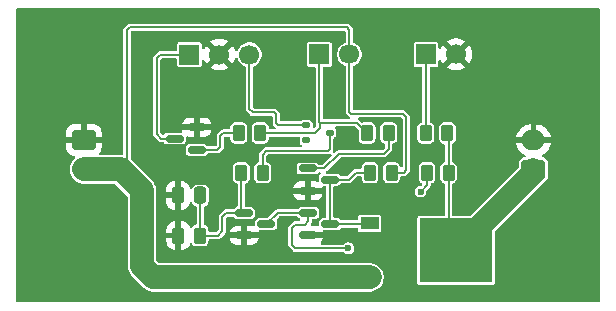
<source format=gbr>
%TF.GenerationSoftware,KiCad,Pcbnew,9.0.4*%
%TF.CreationDate,2025-11-06T21:51:05+01:00*%
%TF.ProjectId,pwr_latcher,7077725f-6c61-4746-9368-65722e6b6963,rev?*%
%TF.SameCoordinates,Original*%
%TF.FileFunction,Copper,L1,Top*%
%TF.FilePolarity,Positive*%
%FSLAX46Y46*%
G04 Gerber Fmt 4.6, Leading zero omitted, Abs format (unit mm)*
G04 Created by KiCad (PCBNEW 9.0.4) date 2025-11-06 21:51:05*
%MOMM*%
%LPD*%
G01*
G04 APERTURE LIST*
G04 Aperture macros list*
%AMRoundRect*
0 Rectangle with rounded corners*
0 $1 Rounding radius*
0 $2 $3 $4 $5 $6 $7 $8 $9 X,Y pos of 4 corners*
0 Add a 4 corners polygon primitive as box body*
4,1,4,$2,$3,$4,$5,$6,$7,$8,$9,$2,$3,0*
0 Add four circle primitives for the rounded corners*
1,1,$1+$1,$2,$3*
1,1,$1+$1,$4,$5*
1,1,$1+$1,$6,$7*
1,1,$1+$1,$8,$9*
0 Add four rect primitives between the rounded corners*
20,1,$1+$1,$2,$3,$4,$5,0*
20,1,$1+$1,$4,$5,$6,$7,0*
20,1,$1+$1,$6,$7,$8,$9,0*
20,1,$1+$1,$8,$9,$2,$3,0*%
G04 Aperture macros list end*
%TA.AperFunction,ComponentPad*%
%ADD10R,1.700000X1.700000*%
%TD*%
%TA.AperFunction,ComponentPad*%
%ADD11C,1.700000*%
%TD*%
%TA.AperFunction,ComponentPad*%
%ADD12C,7.000000*%
%TD*%
%TA.AperFunction,SMDPad,CuDef*%
%ADD13RoundRect,0.250000X-0.262500X-0.450000X0.262500X-0.450000X0.262500X0.450000X-0.262500X0.450000X0*%
%TD*%
%TA.AperFunction,ComponentPad*%
%ADD14RoundRect,0.250000X-0.750000X0.600000X-0.750000X-0.600000X0.750000X-0.600000X0.750000X0.600000X0*%
%TD*%
%TA.AperFunction,ComponentPad*%
%ADD15O,2.000000X1.700000*%
%TD*%
%TA.AperFunction,SMDPad,CuDef*%
%ADD16RoundRect,0.150000X-0.587500X-0.150000X0.587500X-0.150000X0.587500X0.150000X-0.587500X0.150000X0*%
%TD*%
%TA.AperFunction,SMDPad,CuDef*%
%ADD17R,1.600000X1.000000*%
%TD*%
%TA.AperFunction,SMDPad,CuDef*%
%ADD18R,6.200000X5.400000*%
%TD*%
%TA.AperFunction,SMDPad,CuDef*%
%ADD19RoundRect,0.112500X-0.237500X0.112500X-0.237500X-0.112500X0.237500X-0.112500X0.237500X0.112500X0*%
%TD*%
%TA.AperFunction,SMDPad,CuDef*%
%ADD20RoundRect,0.250000X0.250000X0.475000X-0.250000X0.475000X-0.250000X-0.475000X0.250000X-0.475000X0*%
%TD*%
%TA.AperFunction,ComponentPad*%
%ADD21RoundRect,0.250000X0.750000X-0.600000X0.750000X0.600000X-0.750000X0.600000X-0.750000X-0.600000X0*%
%TD*%
%TA.AperFunction,SMDPad,CuDef*%
%ADD22RoundRect,0.150000X0.587500X0.150000X-0.587500X0.150000X-0.587500X-0.150000X0.587500X-0.150000X0*%
%TD*%
%TA.AperFunction,ViaPad*%
%ADD23C,0.600000*%
%TD*%
%TA.AperFunction,Conductor*%
%ADD24C,0.200000*%
%TD*%
%TA.AperFunction,Conductor*%
%ADD25C,2.000000*%
%TD*%
G04 APERTURE END LIST*
D10*
%TO.P,J3,1,Pin_1*%
%TO.N,Net-(J3-Pin_1)*%
X162440000Y-77780000D03*
D11*
%TO.P,J3,2,Pin_2*%
%TO.N,+5V*%
X164980000Y-77780000D03*
%TD*%
D12*
%TO.P,H1,1,1*%
%TO.N,GND*%
X140400000Y-77500000D03*
%TD*%
D13*
%TO.P,R3,1*%
%TO.N,Net-(Q1-D)*%
X171549400Y-87800000D03*
%TO.P,R3,2*%
%TO.N,Net-(J2-Pin_1)*%
X173374400Y-87800000D03*
%TD*%
%TO.P,R5,1*%
%TO.N,Net-(Q5-B)*%
X155600000Y-84448000D03*
%TO.P,R5,2*%
%TO.N,Net-(J3-Pin_1)*%
X157425000Y-84448000D03*
%TD*%
%TO.P,R7,1*%
%TO.N,Net-(J5-Pin_1)*%
X171450000Y-84450000D03*
%TO.P,R7,2*%
%TO.N,Net-(J2-Pin_1)*%
X173275000Y-84450000D03*
%TD*%
D14*
%TO.P,J4,1,Pin_1*%
%TO.N,GND*%
X142490000Y-85020000D03*
D15*
%TO.P,J4,2,Pin_2*%
%TO.N,+5V*%
X142490000Y-87520000D03*
%TD*%
D13*
%TO.P,R6,1*%
%TO.N,Net-(J3-Pin_1)*%
X166475000Y-84448000D03*
%TO.P,R6,2*%
%TO.N,Net-(Q3-B)*%
X168300000Y-84448000D03*
%TD*%
D12*
%TO.P,H3,1,1*%
%TO.N,GND*%
X182600000Y-77500000D03*
%TD*%
D13*
%TO.P,R4,1*%
%TO.N,Net-(Q2-D)*%
X166727200Y-87800000D03*
%TO.P,R4,2*%
%TO.N,+5V*%
X168552200Y-87800000D03*
%TD*%
D16*
%TO.P,Q1,1,G*%
%TO.N,Net-(Q1-G)*%
X156062200Y-91216400D03*
%TO.P,Q1,2,S*%
%TO.N,GND*%
X156062200Y-93116400D03*
%TO.P,Q1,3,D*%
%TO.N,Net-(Q1-D)*%
X157937200Y-92166400D03*
%TD*%
D17*
%TO.P,Q4,1*%
%TO.N,Net-(Q2-D)*%
X166690000Y-92106400D03*
D18*
%TO.P,Q4,2*%
%TO.N,Net-(J2-Pin_1)*%
X173990000Y-94386400D03*
D17*
%TO.P,Q4,3*%
%TO.N,+5V*%
X166690000Y-96666400D03*
%TD*%
D12*
%TO.P,H2,1,1*%
%TO.N,GND*%
X140400000Y-95100000D03*
%TD*%
D19*
%TO.P,D1,1,A*%
%TO.N,Net-(D1-A)*%
X161330000Y-83770000D03*
%TO.P,D1,2,NC*%
%TO.N,unconnected-(D1-NC-Pad2)*%
X161330000Y-85070000D03*
%TO.P,D1,3,K*%
%TO.N,Net-(D1-K)*%
X163330000Y-84420000D03*
%TD*%
D20*
%TO.P,C1,1*%
%TO.N,Net-(Q1-G)*%
X152350000Y-89730000D03*
%TO.P,C1,2*%
%TO.N,GND*%
X150450000Y-89730000D03*
%TD*%
D16*
%TO.P,Q3,1,B*%
%TO.N,Net-(Q3-B)*%
X161444000Y-87444400D03*
%TO.P,Q3,2,E*%
%TO.N,GND*%
X161444000Y-89344400D03*
%TO.P,Q3,3,C*%
%TO.N,Net-(Q2-D)*%
X163319000Y-88394400D03*
%TD*%
D21*
%TO.P,J2,1,Pin_1*%
%TO.N,Net-(J2-Pin_1)*%
X180560000Y-87550000D03*
D15*
%TO.P,J2,2,Pin_2*%
%TO.N,GND*%
X180560000Y-85050000D03*
%TD*%
D16*
%TO.P,Q2,1,G*%
%TO.N,Net-(Q1-D)*%
X161497800Y-91201200D03*
%TO.P,Q2,2,S*%
%TO.N,GND*%
X161497800Y-93101200D03*
%TO.P,Q2,3,D*%
%TO.N,Net-(Q2-D)*%
X163372800Y-92151200D03*
%TD*%
D10*
%TO.P,J1,1,Pin_1*%
%TO.N,STATUS*%
X151429200Y-77800000D03*
D11*
%TO.P,J1,2,Pin_2*%
%TO.N,GND*%
X153969200Y-77800000D03*
%TO.P,J1,3,Pin_3*%
%TO.N,Net-(D1-A)*%
X156509200Y-77800000D03*
%TD*%
D12*
%TO.P,H4,1,1*%
%TO.N,GND*%
X182600000Y-95100000D03*
%TD*%
D10*
%TO.P,J5,1,Pin_1*%
%TO.N,Net-(J5-Pin_1)*%
X171465000Y-77780000D03*
D11*
%TO.P,J5,2,Pin_2*%
%TO.N,GND*%
X174005000Y-77780000D03*
%TD*%
D13*
%TO.P,R2,1*%
%TO.N,GND*%
X150499900Y-93126000D03*
%TO.P,R2,2*%
%TO.N,Net-(Q1-G)*%
X152324900Y-93126000D03*
%TD*%
%TO.P,R1,1*%
%TO.N,Net-(Q1-G)*%
X155809000Y-87800000D03*
%TO.P,R1,2*%
%TO.N,Net-(D1-K)*%
X157634000Y-87800000D03*
%TD*%
D22*
%TO.P,Q5,1,B*%
%TO.N,Net-(Q5-B)*%
X152060000Y-85860000D03*
%TO.P,Q5,2,E*%
%TO.N,GND*%
X152060000Y-83960000D03*
%TO.P,Q5,3,C*%
%TO.N,STATUS*%
X150185000Y-84910000D03*
%TD*%
D23*
%TO.N,Net-(Q1-D)*%
X164900000Y-94200000D03*
X171000000Y-89400000D03*
%TD*%
D24*
%TO.N,STATUS*%
X149010000Y-84910000D02*
X150185000Y-84910000D01*
X148670000Y-84570000D02*
X149010000Y-84910000D01*
X148670000Y-78100000D02*
X148670000Y-84570000D01*
X148970000Y-77800000D02*
X148670000Y-78100000D01*
X151429200Y-77800000D02*
X148970000Y-77800000D01*
%TO.N,+5V*%
X146150000Y-86990000D02*
X145620000Y-87520000D01*
X164760000Y-75490000D02*
X146380000Y-75490000D01*
X146380000Y-75490000D02*
X146150000Y-75720000D01*
X164980000Y-77780000D02*
X164980000Y-75710000D01*
X164980000Y-75710000D02*
X164760000Y-75490000D01*
X146150000Y-75720000D02*
X146150000Y-86990000D01*
%TO.N,Net-(D1-A)*%
X156509200Y-82419200D02*
X156509200Y-77800000D01*
X156780000Y-82690000D02*
X156509200Y-82419200D01*
X158790000Y-82870000D02*
X158610000Y-82690000D01*
X158610000Y-82690000D02*
X156780000Y-82690000D01*
X158960000Y-83770000D02*
X158790000Y-83600000D01*
X161330000Y-83770000D02*
X158960000Y-83770000D01*
X158790000Y-83600000D02*
X158790000Y-82870000D01*
%TO.N,+5V*%
X169800000Y-87560000D02*
X169560000Y-87800000D01*
X169560000Y-87800000D02*
X168552200Y-87800000D01*
X165150000Y-82800000D02*
X169480000Y-82800000D01*
X169800000Y-83120000D02*
X169800000Y-87560000D01*
X164980000Y-82630000D02*
X165150000Y-82800000D01*
X164980000Y-77780000D02*
X164980000Y-82630000D01*
X169480000Y-82800000D02*
X169800000Y-83120000D01*
%TO.N,Net-(J3-Pin_1)*%
X162460000Y-84030000D02*
X162042000Y-84448000D01*
X162460000Y-83570000D02*
X162460000Y-84030000D01*
X162440000Y-83550000D02*
X162460000Y-83570000D01*
X162042000Y-84448000D02*
X157425000Y-84448000D01*
X162460000Y-83570000D02*
X165597000Y-83570000D01*
X165597000Y-83570000D02*
X166475000Y-84448000D01*
X162440000Y-83550000D02*
X162440000Y-77780000D01*
%TO.N,Net-(J5-Pin_1)*%
X171465000Y-77780000D02*
X171465000Y-84435000D01*
X171465000Y-84435000D02*
X171450000Y-84450000D01*
%TO.N,Net-(Q1-G)*%
X152350000Y-93100900D02*
X152324900Y-93126000D01*
X152350000Y-89730000D02*
X152350000Y-93100900D01*
X153854000Y-93126000D02*
X152324900Y-93126000D01*
X154210000Y-92770000D02*
X153854000Y-93126000D01*
X154210000Y-91530000D02*
X154210000Y-92770000D01*
X154523600Y-91216400D02*
X154210000Y-91530000D01*
X156062200Y-91216400D02*
X154523600Y-91216400D01*
X152430000Y-93020900D02*
X152324900Y-93126000D01*
%TO.N,Net-(Q5-B)*%
X154282000Y-84448000D02*
X155600000Y-84448000D01*
X153790000Y-85860000D02*
X154050000Y-85600000D01*
X152060000Y-85860000D02*
X153790000Y-85860000D01*
X154050000Y-85600000D02*
X154050000Y-84680000D01*
X154050000Y-84680000D02*
X154282000Y-84448000D01*
%TO.N,Net-(Q3-B)*%
X164110000Y-86190000D02*
X167910000Y-86190000D01*
X162855600Y-87444400D02*
X164110000Y-86190000D01*
X168300000Y-85800000D02*
X168300000Y-84448000D01*
X161444000Y-87444400D02*
X162855600Y-87444400D01*
X167910000Y-86190000D02*
X168300000Y-85800000D01*
%TO.N,Net-(D1-K)*%
X157634000Y-86266000D02*
X157634000Y-87800000D01*
X157950000Y-85950000D02*
X157634000Y-86266000D01*
X163180000Y-85950000D02*
X157950000Y-85950000D01*
X163330000Y-85800000D02*
X163180000Y-85950000D01*
X163330000Y-84420000D02*
X163330000Y-85800000D01*
%TO.N,Net-(Q1-G)*%
X155809000Y-90963200D02*
X155809000Y-87800000D01*
X156062200Y-91216400D02*
X155809000Y-90963200D01*
%TO.N,Net-(J2-Pin_1)*%
X173374400Y-87800000D02*
X173374400Y-84549400D01*
X173374400Y-84549400D02*
X173275000Y-84450000D01*
D25*
X180560000Y-87816400D02*
X173990000Y-94386400D01*
D24*
X173374400Y-87800000D02*
X173374400Y-93770800D01*
X173374400Y-93770800D02*
X173951800Y-94348200D01*
D25*
X180560000Y-87550000D02*
X180560000Y-87816400D01*
D24*
X173951800Y-94348200D02*
X173990000Y-94386400D01*
D25*
%TO.N,+5V*%
X148366400Y-96666400D02*
X166690000Y-96666400D01*
X147400000Y-95700000D02*
X148366400Y-96666400D01*
X145620000Y-87520000D02*
X147400000Y-89300000D01*
X142490000Y-87520000D02*
X145380000Y-87520000D01*
X147400000Y-89300000D02*
X147400000Y-95700000D01*
X142490000Y-87520000D02*
X145620000Y-87520000D01*
D24*
%TO.N,Net-(Q1-D)*%
X160100000Y-92500000D02*
X160100000Y-93900000D01*
X158902400Y-91201200D02*
X157937200Y-92166400D01*
X161200000Y-92200000D02*
X160400000Y-92200000D01*
X161497800Y-91201200D02*
X161497800Y-91902200D01*
X161497800Y-91902200D02*
X161200000Y-92200000D01*
X161497800Y-91201200D02*
X158902400Y-91201200D01*
X160400000Y-92200000D02*
X160100000Y-92500000D01*
X160400000Y-94200000D02*
X164900000Y-94200000D01*
X171549400Y-88850600D02*
X171000000Y-89400000D01*
X171549400Y-87800000D02*
X171549400Y-88850600D01*
X160100000Y-93900000D02*
X160400000Y-94200000D01*
%TO.N,Net-(Q2-D)*%
X163319000Y-88394400D02*
X163319000Y-92097400D01*
X164905600Y-88394400D02*
X165500000Y-87800000D01*
X166690000Y-92106400D02*
X166645200Y-92151200D01*
X163319000Y-88394400D02*
X164905600Y-88394400D01*
X163319000Y-92097400D02*
X163372800Y-92151200D01*
X166645200Y-92151200D02*
X163372800Y-92151200D01*
X165500000Y-87800000D02*
X166727200Y-87800000D01*
%TO.N,Net-(Q5-B)*%
X155598000Y-84450000D02*
X155600000Y-84448000D01*
%TO.N,Net-(J3-Pin_1)*%
X157425000Y-84448000D02*
X157573000Y-84300000D01*
%TD*%
%TA.AperFunction,Conductor*%
%TO.N,GND*%
G36*
X186179339Y-73907385D02*
G01*
X186225094Y-73960189D01*
X186236300Y-74011700D01*
X186236300Y-98662700D01*
X186216615Y-98729739D01*
X186163811Y-98775494D01*
X186112300Y-98786700D01*
X136861300Y-98786700D01*
X136794261Y-98767015D01*
X136748506Y-98714211D01*
X136737300Y-98662700D01*
X136737300Y-84370013D01*
X140990000Y-84370013D01*
X140990000Y-84770000D01*
X142056988Y-84770000D01*
X142024075Y-84827007D01*
X141990000Y-84954174D01*
X141990000Y-85085826D01*
X142024075Y-85212993D01*
X142056988Y-85270000D01*
X140990001Y-85270000D01*
X140990001Y-85669986D01*
X141000494Y-85772697D01*
X141055641Y-85939119D01*
X141055643Y-85939124D01*
X141147684Y-86088345D01*
X141271654Y-86212315D01*
X141420875Y-86304356D01*
X141420880Y-86304358D01*
X141587302Y-86359505D01*
X141587310Y-86359506D01*
X141665699Y-86367515D01*
X141730391Y-86393911D01*
X141770543Y-86451092D01*
X141773406Y-86520903D01*
X141738072Y-86581179D01*
X141725986Y-86591188D01*
X141707933Y-86604305D01*
X141707924Y-86604312D01*
X141574312Y-86737924D01*
X141574312Y-86737925D01*
X141574310Y-86737927D01*
X141530642Y-86798030D01*
X141463240Y-86890800D01*
X141377454Y-87059165D01*
X141319059Y-87238884D01*
X141296865Y-87379010D01*
X141296010Y-87383797D01*
X141289500Y-87416529D01*
X141289500Y-87623467D01*
X141296011Y-87656205D01*
X141296866Y-87660994D01*
X141319023Y-87800885D01*
X141319060Y-87801118D01*
X141377453Y-87980832D01*
X141463240Y-88149199D01*
X141574310Y-88302073D01*
X141707927Y-88435690D01*
X141860801Y-88546760D01*
X141910630Y-88572149D01*
X142029163Y-88632545D01*
X142029165Y-88632545D01*
X142029168Y-88632547D01*
X142108898Y-88658453D01*
X142208881Y-88690940D01*
X142395514Y-88720500D01*
X142395519Y-88720500D01*
X145071374Y-88720500D01*
X145138413Y-88740185D01*
X145159055Y-88756819D01*
X146163181Y-89760945D01*
X146196666Y-89822268D01*
X146199500Y-89848626D01*
X146199500Y-95794486D01*
X146229059Y-95981118D01*
X146287454Y-96160836D01*
X146373240Y-96329199D01*
X146484310Y-96482074D01*
X147584326Y-97582090D01*
X147737201Y-97693160D01*
X147781776Y-97715872D01*
X147905563Y-97778945D01*
X147905565Y-97778945D01*
X147905568Y-97778947D01*
X147998547Y-97809158D01*
X148085281Y-97837340D01*
X148271914Y-97866900D01*
X148271919Y-97866900D01*
X166784486Y-97866900D01*
X166971118Y-97837340D01*
X167150832Y-97778947D01*
X167319199Y-97693160D01*
X167472073Y-97582090D01*
X167605690Y-97448473D01*
X167716760Y-97295599D01*
X167802547Y-97127232D01*
X167860940Y-96947518D01*
X167890500Y-96760886D01*
X167890500Y-96571913D01*
X167860940Y-96385281D01*
X167802545Y-96205563D01*
X167716759Y-96037200D01*
X167605690Y-95884327D01*
X167472073Y-95750710D01*
X167319199Y-95639640D01*
X167252233Y-95605519D01*
X167150836Y-95553854D01*
X166971118Y-95495459D01*
X166784486Y-95465900D01*
X166784481Y-95465900D01*
X148915026Y-95465900D01*
X148847987Y-95446215D01*
X148827345Y-95429581D01*
X148636819Y-95239055D01*
X148603334Y-95177732D01*
X148600500Y-95151374D01*
X148600500Y-93625986D01*
X149487401Y-93625986D01*
X149497894Y-93728697D01*
X149553041Y-93895119D01*
X149553043Y-93895124D01*
X149645084Y-94044345D01*
X149769054Y-94168315D01*
X149918275Y-94260356D01*
X149918280Y-94260358D01*
X150084702Y-94315505D01*
X150084709Y-94315506D01*
X150187419Y-94325999D01*
X150249899Y-94325998D01*
X150249900Y-94325998D01*
X150249900Y-93376000D01*
X149487401Y-93376000D01*
X149487401Y-93625986D01*
X148600500Y-93625986D01*
X148600500Y-92626013D01*
X149487400Y-92626013D01*
X149487400Y-92876000D01*
X150249900Y-92876000D01*
X150249900Y-91926000D01*
X150249899Y-91925999D01*
X150187428Y-91926000D01*
X150187411Y-91926001D01*
X150084702Y-91936494D01*
X149918280Y-91991641D01*
X149918275Y-91991643D01*
X149769054Y-92083684D01*
X149645084Y-92207654D01*
X149553043Y-92356875D01*
X149553041Y-92356880D01*
X149497894Y-92523302D01*
X149497893Y-92523309D01*
X149487400Y-92626013D01*
X148600500Y-92626013D01*
X148600500Y-90254986D01*
X149450001Y-90254986D01*
X149460494Y-90357697D01*
X149515641Y-90524119D01*
X149515643Y-90524124D01*
X149607684Y-90673345D01*
X149731654Y-90797315D01*
X149880875Y-90889356D01*
X149880880Y-90889358D01*
X150047302Y-90944505D01*
X150047309Y-90944506D01*
X150150019Y-90954999D01*
X150199999Y-90954998D01*
X150200000Y-90954998D01*
X150200000Y-89980000D01*
X149450001Y-89980000D01*
X149450001Y-90254986D01*
X148600500Y-90254986D01*
X148600500Y-89210975D01*
X148600500Y-89205519D01*
X148600420Y-89205013D01*
X149450000Y-89205013D01*
X149450000Y-89480000D01*
X150200000Y-89480000D01*
X150200000Y-88505000D01*
X150700000Y-88505000D01*
X150700000Y-90954999D01*
X150749972Y-90954999D01*
X150749986Y-90954998D01*
X150852697Y-90944505D01*
X151019119Y-90889358D01*
X151019124Y-90889356D01*
X151168345Y-90797315D01*
X151292315Y-90673345D01*
X151384356Y-90524124D01*
X151384359Y-90524117D01*
X151440094Y-90355918D01*
X151479866Y-90298473D01*
X151544382Y-90271649D01*
X151613158Y-90283964D01*
X151664358Y-90331506D01*
X151674841Y-90353965D01*
X151676147Y-90357697D01*
X151697207Y-90417882D01*
X151777850Y-90527150D01*
X151887118Y-90607793D01*
X151966458Y-90635555D01*
X152023231Y-90676275D01*
X152048978Y-90741228D01*
X152049500Y-90752595D01*
X152049500Y-92115247D01*
X152029815Y-92182286D01*
X151977011Y-92228041D01*
X151966456Y-92232288D01*
X151849517Y-92273207D01*
X151740250Y-92353850D01*
X151679176Y-92436602D01*
X151623528Y-92478853D01*
X151553872Y-92484311D01*
X151492323Y-92451243D01*
X151461700Y-92401972D01*
X151446758Y-92356880D01*
X151446756Y-92356875D01*
X151354715Y-92207654D01*
X151230745Y-92083684D01*
X151081524Y-91991643D01*
X151081519Y-91991641D01*
X150915097Y-91936494D01*
X150915090Y-91936493D01*
X150812386Y-91926000D01*
X150749900Y-91926000D01*
X150749900Y-94325999D01*
X150812372Y-94325999D01*
X150812386Y-94325998D01*
X150915097Y-94315505D01*
X151081519Y-94260358D01*
X151081524Y-94260356D01*
X151230745Y-94168315D01*
X151354715Y-94044345D01*
X151446756Y-93895124D01*
X151446759Y-93895117D01*
X151461700Y-93850028D01*
X151501472Y-93792583D01*
X151565987Y-93765759D01*
X151634763Y-93778073D01*
X151679175Y-93815396D01*
X151740250Y-93898150D01*
X151849518Y-93978793D01*
X151892245Y-93993744D01*
X151977699Y-94023646D01*
X152008130Y-94026500D01*
X152008134Y-94026500D01*
X152641670Y-94026500D01*
X152672099Y-94023646D01*
X152672101Y-94023646D01*
X152736190Y-94001219D01*
X152800282Y-93978793D01*
X152909550Y-93898150D01*
X152990193Y-93788882D01*
X153023290Y-93694297D01*
X153035046Y-93660701D01*
X153035046Y-93660699D01*
X153037900Y-93630269D01*
X153037900Y-93550500D01*
X153057585Y-93483461D01*
X153110389Y-93437706D01*
X153161900Y-93426500D01*
X153893560Y-93426500D01*
X153893562Y-93426500D01*
X153969989Y-93406021D01*
X154038511Y-93366460D01*
X154038570Y-93366401D01*
X154827404Y-93366401D01*
X154827599Y-93368886D01*
X154873418Y-93526598D01*
X154957014Y-93667952D01*
X154957021Y-93667961D01*
X155073138Y-93784078D01*
X155073147Y-93784085D01*
X155214503Y-93867682D01*
X155214506Y-93867683D01*
X155372204Y-93913499D01*
X155372210Y-93913500D01*
X155409050Y-93916399D01*
X155409066Y-93916400D01*
X155812200Y-93916400D01*
X156312200Y-93916400D01*
X156715334Y-93916400D01*
X156715349Y-93916399D01*
X156752189Y-93913500D01*
X156752195Y-93913499D01*
X156909893Y-93867683D01*
X156909896Y-93867682D01*
X157051252Y-93784085D01*
X157051261Y-93784078D01*
X157167378Y-93667961D01*
X157167385Y-93667952D01*
X157250981Y-93526598D01*
X157296800Y-93368886D01*
X157296995Y-93366401D01*
X157296995Y-93366400D01*
X156312200Y-93366400D01*
X156312200Y-93916400D01*
X155812200Y-93916400D01*
X155812200Y-93366400D01*
X154827405Y-93366400D01*
X154827404Y-93366401D01*
X154038570Y-93366401D01*
X154094460Y-93310511D01*
X154450460Y-92954511D01*
X154457978Y-92941489D01*
X154490021Y-92885989D01*
X154495271Y-92866398D01*
X154827404Y-92866398D01*
X154827405Y-92866400D01*
X155812200Y-92866400D01*
X155812200Y-92316400D01*
X155409050Y-92316400D01*
X155372210Y-92319299D01*
X155372204Y-92319300D01*
X155214506Y-92365116D01*
X155214503Y-92365117D01*
X155073147Y-92448714D01*
X155073138Y-92448721D01*
X154957021Y-92564838D01*
X154957014Y-92564847D01*
X154873418Y-92706201D01*
X154827599Y-92863913D01*
X154827404Y-92866398D01*
X154495271Y-92866398D01*
X154510500Y-92809562D01*
X154510500Y-91705833D01*
X154519144Y-91676392D01*
X154525668Y-91646406D01*
X154529422Y-91641390D01*
X154530185Y-91638794D01*
X154546819Y-91618152D01*
X154611752Y-91553219D01*
X154673075Y-91519734D01*
X154699433Y-91516900D01*
X155081703Y-91516900D01*
X155148742Y-91536585D01*
X155182623Y-91568850D01*
X155185505Y-91572887D01*
X155268214Y-91655596D01*
X155268215Y-91655596D01*
X155268217Y-91655598D01*
X155373307Y-91706973D01*
X155402504Y-91711227D01*
X155441439Y-91716900D01*
X155441440Y-91716900D01*
X156682961Y-91716900D01*
X156716570Y-91712003D01*
X156751093Y-91706973D01*
X156856183Y-91655598D01*
X156938898Y-91572883D01*
X156990273Y-91467793D01*
X157000200Y-91399660D01*
X157000200Y-91033140D01*
X156990273Y-90965007D01*
X156938898Y-90859917D01*
X156938896Y-90859915D01*
X156938896Y-90859914D01*
X156856185Y-90777203D01*
X156751091Y-90725826D01*
X156682961Y-90715900D01*
X156682960Y-90715900D01*
X156233500Y-90715900D01*
X156166461Y-90696215D01*
X156120706Y-90643411D01*
X156109500Y-90591900D01*
X156109500Y-89594401D01*
X160209204Y-89594401D01*
X160209399Y-89596886D01*
X160255218Y-89754598D01*
X160338814Y-89895952D01*
X160338821Y-89895961D01*
X160454938Y-90012078D01*
X160454947Y-90012085D01*
X160596303Y-90095682D01*
X160596306Y-90095683D01*
X160754004Y-90141499D01*
X160754010Y-90141500D01*
X160790850Y-90144399D01*
X160790866Y-90144400D01*
X161194000Y-90144400D01*
X161694000Y-90144400D01*
X162097134Y-90144400D01*
X162097149Y-90144399D01*
X162133989Y-90141500D01*
X162133995Y-90141499D01*
X162291693Y-90095683D01*
X162291696Y-90095682D01*
X162433052Y-90012085D01*
X162433061Y-90012078D01*
X162549178Y-89895961D01*
X162549185Y-89895952D01*
X162632781Y-89754598D01*
X162678600Y-89596886D01*
X162678795Y-89594401D01*
X162678795Y-89594400D01*
X161694000Y-89594400D01*
X161694000Y-90144400D01*
X161194000Y-90144400D01*
X161194000Y-89594400D01*
X160209205Y-89594400D01*
X160209204Y-89594401D01*
X156109500Y-89594401D01*
X156109500Y-89094398D01*
X160209204Y-89094398D01*
X160209205Y-89094400D01*
X161194000Y-89094400D01*
X161194000Y-88544400D01*
X160790850Y-88544400D01*
X160754010Y-88547299D01*
X160754004Y-88547300D01*
X160596306Y-88593116D01*
X160596303Y-88593117D01*
X160454947Y-88676714D01*
X160454938Y-88676721D01*
X160338821Y-88792838D01*
X160338814Y-88792847D01*
X160255218Y-88934201D01*
X160209399Y-89091913D01*
X160209204Y-89094398D01*
X156109500Y-89094398D01*
X156109500Y-88801969D01*
X156129185Y-88734930D01*
X156181989Y-88689175D01*
X156192525Y-88684934D01*
X156284382Y-88652793D01*
X156393650Y-88572150D01*
X156474293Y-88462882D01*
X156496719Y-88398790D01*
X156519146Y-88334701D01*
X156519146Y-88334699D01*
X156522000Y-88304269D01*
X156522000Y-87295730D01*
X156519146Y-87265300D01*
X156519146Y-87265298D01*
X156474293Y-87137119D01*
X156474292Y-87137117D01*
X156464770Y-87124215D01*
X156393650Y-87027850D01*
X156284382Y-86947207D01*
X156284380Y-86947206D01*
X156156200Y-86902353D01*
X156125770Y-86899500D01*
X156125766Y-86899500D01*
X155492234Y-86899500D01*
X155492230Y-86899500D01*
X155461800Y-86902353D01*
X155461798Y-86902353D01*
X155333619Y-86947206D01*
X155333617Y-86947207D01*
X155224350Y-87027850D01*
X155143707Y-87137117D01*
X155143706Y-87137119D01*
X155098853Y-87265298D01*
X155098853Y-87265300D01*
X155096000Y-87295730D01*
X155096000Y-88304269D01*
X155098853Y-88334699D01*
X155098853Y-88334701D01*
X155143706Y-88462880D01*
X155143707Y-88462882D01*
X155224350Y-88572150D01*
X155333618Y-88652793D01*
X155425457Y-88684929D01*
X155482231Y-88725649D01*
X155507978Y-88790602D01*
X155508500Y-88801969D01*
X155508500Y-90598887D01*
X155488815Y-90665926D01*
X155436011Y-90711681D01*
X155402378Y-90721591D01*
X155373308Y-90725826D01*
X155268214Y-90777203D01*
X155185505Y-90859912D01*
X155182623Y-90863950D01*
X155127649Y-90907074D01*
X155081703Y-90915900D01*
X154484038Y-90915900D01*
X154453467Y-90924091D01*
X154407608Y-90936379D01*
X154407607Y-90936380D01*
X154358027Y-90965006D01*
X154358026Y-90965007D01*
X154339090Y-90975939D01*
X154339087Y-90975941D01*
X153969541Y-91345487D01*
X153969535Y-91345495D01*
X153929982Y-91414004D01*
X153929979Y-91414009D01*
X153929035Y-91417533D01*
X153911476Y-91483066D01*
X153909500Y-91490439D01*
X153909500Y-92594167D01*
X153900855Y-92623607D01*
X153894332Y-92653594D01*
X153890577Y-92658609D01*
X153889815Y-92661206D01*
X153873181Y-92681848D01*
X153765848Y-92789181D01*
X153704525Y-92822666D01*
X153678167Y-92825500D01*
X153161900Y-92825500D01*
X153094861Y-92805815D01*
X153049106Y-92753011D01*
X153037900Y-92701500D01*
X153037900Y-92621730D01*
X153035046Y-92591300D01*
X153035046Y-92591298D01*
X152997609Y-92484311D01*
X152990193Y-92463118D01*
X152909550Y-92353850D01*
X152800282Y-92273207D01*
X152733544Y-92249854D01*
X152676769Y-92209132D01*
X152651022Y-92144179D01*
X152650500Y-92132813D01*
X152650500Y-90752595D01*
X152670185Y-90685556D01*
X152722989Y-90639801D01*
X152733523Y-90635561D01*
X152812882Y-90607793D01*
X152922150Y-90527150D01*
X153002793Y-90417882D01*
X153044576Y-90298473D01*
X153047646Y-90289701D01*
X153047646Y-90289699D01*
X153050500Y-90259269D01*
X153050500Y-89200730D01*
X153047646Y-89170300D01*
X153047646Y-89170298D01*
X153002793Y-89042119D01*
X153002792Y-89042117D01*
X152997622Y-89035112D01*
X152922150Y-88932850D01*
X152812882Y-88852207D01*
X152812880Y-88852206D01*
X152684700Y-88807353D01*
X152654270Y-88804500D01*
X152654266Y-88804500D01*
X152045734Y-88804500D01*
X152045730Y-88804500D01*
X152015300Y-88807353D01*
X152015298Y-88807353D01*
X151887119Y-88852206D01*
X151887117Y-88852207D01*
X151777850Y-88932850D01*
X151697207Y-89042117D01*
X151674842Y-89106033D01*
X151634120Y-89162808D01*
X151569167Y-89188555D01*
X151500605Y-89175098D01*
X151450203Y-89126711D01*
X151440095Y-89104081D01*
X151384358Y-88935880D01*
X151384356Y-88935875D01*
X151292315Y-88786654D01*
X151168345Y-88662684D01*
X151019124Y-88570643D01*
X151019119Y-88570641D01*
X150852697Y-88515494D01*
X150852690Y-88515493D01*
X150749986Y-88505000D01*
X150700000Y-88505000D01*
X150200000Y-88505000D01*
X150199999Y-88504999D01*
X150150029Y-88505000D01*
X150150011Y-88505001D01*
X150047302Y-88515494D01*
X149880880Y-88570641D01*
X149880875Y-88570643D01*
X149731654Y-88662684D01*
X149607684Y-88786654D01*
X149515643Y-88935875D01*
X149515641Y-88935880D01*
X149460494Y-89102302D01*
X149460493Y-89102309D01*
X149450000Y-89205013D01*
X148600420Y-89205013D01*
X148588637Y-89130621D01*
X148570940Y-89018882D01*
X148512547Y-88839168D01*
X148512545Y-88839165D01*
X148512545Y-88839163D01*
X148459435Y-88734930D01*
X148426760Y-88670801D01*
X148315690Y-88517926D01*
X146486819Y-86689055D01*
X146453334Y-86627732D01*
X146450500Y-86601374D01*
X146450500Y-85676739D01*
X151122000Y-85676739D01*
X151122000Y-86043260D01*
X151131926Y-86111391D01*
X151183303Y-86216485D01*
X151266014Y-86299196D01*
X151266015Y-86299196D01*
X151266017Y-86299198D01*
X151371107Y-86350573D01*
X151395671Y-86354152D01*
X151439239Y-86360500D01*
X151439240Y-86360500D01*
X152680761Y-86360500D01*
X152703471Y-86357191D01*
X152748893Y-86350573D01*
X152853983Y-86299198D01*
X152936698Y-86216483D01*
X152936700Y-86216477D01*
X152939577Y-86212450D01*
X152994551Y-86169326D01*
X153040497Y-86160500D01*
X153829560Y-86160500D01*
X153829562Y-86160500D01*
X153905989Y-86140021D01*
X153974511Y-86100460D01*
X154030460Y-86044511D01*
X154290460Y-85784511D01*
X154330022Y-85715988D01*
X154350500Y-85639562D01*
X154350500Y-85560438D01*
X154350500Y-84872500D01*
X154370185Y-84805461D01*
X154422989Y-84759706D01*
X154474500Y-84748500D01*
X154763000Y-84748500D01*
X154830039Y-84768185D01*
X154875794Y-84820989D01*
X154887000Y-84872500D01*
X154887000Y-84952269D01*
X154889853Y-84982699D01*
X154889853Y-84982701D01*
X154934706Y-85110880D01*
X154934707Y-85110882D01*
X155015350Y-85220150D01*
X155124618Y-85300793D01*
X155167345Y-85315744D01*
X155252799Y-85345646D01*
X155283230Y-85348500D01*
X155283234Y-85348500D01*
X155916770Y-85348500D01*
X155947199Y-85345646D01*
X155947201Y-85345646D01*
X156011290Y-85323219D01*
X156075382Y-85300793D01*
X156184650Y-85220150D01*
X156265293Y-85110882D01*
X156287719Y-85046790D01*
X156310146Y-84982701D01*
X156310146Y-84982699D01*
X156313000Y-84952269D01*
X156313000Y-83943730D01*
X156310146Y-83913300D01*
X156310146Y-83913298D01*
X156265993Y-83787119D01*
X156265293Y-83785118D01*
X156184650Y-83675850D01*
X156075382Y-83595207D01*
X156075380Y-83595206D01*
X155947200Y-83550353D01*
X155916770Y-83547500D01*
X155916766Y-83547500D01*
X155283234Y-83547500D01*
X155283230Y-83547500D01*
X155252800Y-83550353D01*
X155252798Y-83550353D01*
X155124619Y-83595206D01*
X155124617Y-83595207D01*
X155015350Y-83675850D01*
X154934707Y-83785117D01*
X154934706Y-83785119D01*
X154889853Y-83913298D01*
X154889853Y-83913300D01*
X154887000Y-83943730D01*
X154887000Y-84023500D01*
X154867315Y-84090539D01*
X154814511Y-84136294D01*
X154763000Y-84147500D01*
X154242438Y-84147500D01*
X154166010Y-84167978D01*
X154097489Y-84207540D01*
X154097486Y-84207542D01*
X153809541Y-84495487D01*
X153809535Y-84495495D01*
X153769982Y-84564004D01*
X153769979Y-84564009D01*
X153749500Y-84640439D01*
X153749500Y-85424167D01*
X153740855Y-85453607D01*
X153734332Y-85483594D01*
X153730577Y-85488609D01*
X153729815Y-85491206D01*
X153713181Y-85511848D01*
X153701848Y-85523181D01*
X153640525Y-85556666D01*
X153614167Y-85559500D01*
X153040497Y-85559500D01*
X152973458Y-85539815D01*
X152939577Y-85507550D01*
X152936694Y-85503512D01*
X152853985Y-85420803D01*
X152748891Y-85369426D01*
X152680761Y-85359500D01*
X152680760Y-85359500D01*
X151439240Y-85359500D01*
X151439239Y-85359500D01*
X151371108Y-85369426D01*
X151266014Y-85420803D01*
X151183303Y-85503514D01*
X151131926Y-85608608D01*
X151122000Y-85676739D01*
X146450500Y-85676739D01*
X146450500Y-75914500D01*
X146470185Y-75847461D01*
X146522989Y-75801706D01*
X146574500Y-75790500D01*
X164555500Y-75790500D01*
X164622539Y-75810185D01*
X164668294Y-75862989D01*
X164679500Y-75914500D01*
X164679500Y-76684563D01*
X164659815Y-76751602D01*
X164607011Y-76797357D01*
X164602953Y-76799124D01*
X164482404Y-76849057D01*
X164310342Y-76964024D01*
X164164024Y-77110342D01*
X164049058Y-77282403D01*
X163969870Y-77473579D01*
X163969868Y-77473587D01*
X163929500Y-77676530D01*
X163929500Y-77883469D01*
X163969868Y-78086412D01*
X163969870Y-78086420D01*
X164035939Y-78245925D01*
X164049059Y-78277598D01*
X164073301Y-78313879D01*
X164164024Y-78449657D01*
X164310342Y-78595975D01*
X164310345Y-78595977D01*
X164482402Y-78710941D01*
X164602953Y-78760875D01*
X164657356Y-78804714D01*
X164679421Y-78871008D01*
X164679500Y-78875435D01*
X164679500Y-82669562D01*
X164699979Y-82745989D01*
X164734615Y-82805982D01*
X164739541Y-82814512D01*
X164739541Y-82814513D01*
X164855487Y-82930458D01*
X164909540Y-82984511D01*
X164965489Y-83040460D01*
X164974022Y-83045386D01*
X164984597Y-83055381D01*
X164995165Y-83073502D01*
X165009640Y-83088683D01*
X165012413Y-83103074D01*
X165019798Y-83115736D01*
X165018891Y-83136693D01*
X165022861Y-83157291D01*
X165017413Y-83170898D01*
X165016780Y-83185540D01*
X165004688Y-83202679D01*
X164996891Y-83222155D01*
X164984951Y-83230656D01*
X164976503Y-83242632D01*
X164957064Y-83250513D01*
X164939976Y-83262681D01*
X164917898Y-83266393D01*
X164911753Y-83268885D01*
X164907660Y-83268114D01*
X164899423Y-83269500D01*
X162864500Y-83269500D01*
X162797461Y-83249815D01*
X162751706Y-83197011D01*
X162740500Y-83145500D01*
X162740500Y-78954500D01*
X162760185Y-78887461D01*
X162812989Y-78841706D01*
X162864500Y-78830500D01*
X163309750Y-78830500D01*
X163309751Y-78830499D01*
X163324568Y-78827552D01*
X163368229Y-78818868D01*
X163368229Y-78818867D01*
X163368231Y-78818867D01*
X163434552Y-78774552D01*
X163478867Y-78708231D01*
X163478867Y-78708229D01*
X163478868Y-78708229D01*
X163490499Y-78649752D01*
X163490500Y-78649750D01*
X163490500Y-76910249D01*
X163490499Y-76910247D01*
X163478868Y-76851770D01*
X163478867Y-76851769D01*
X163434552Y-76785447D01*
X163368230Y-76741132D01*
X163368229Y-76741131D01*
X163309752Y-76729500D01*
X163309748Y-76729500D01*
X161570252Y-76729500D01*
X161570247Y-76729500D01*
X161511770Y-76741131D01*
X161511769Y-76741132D01*
X161445447Y-76785447D01*
X161401132Y-76851769D01*
X161401131Y-76851770D01*
X161389500Y-76910247D01*
X161389500Y-78649752D01*
X161401131Y-78708229D01*
X161401132Y-78708230D01*
X161445447Y-78774552D01*
X161511769Y-78818867D01*
X161511770Y-78818868D01*
X161570247Y-78830499D01*
X161570250Y-78830500D01*
X161570252Y-78830500D01*
X162015500Y-78830500D01*
X162082539Y-78850185D01*
X162128294Y-78902989D01*
X162139500Y-78954500D01*
X162139500Y-83589562D01*
X162152897Y-83639560D01*
X162155275Y-83648433D01*
X162159500Y-83680527D01*
X162159500Y-83854167D01*
X162139815Y-83921206D01*
X162123184Y-83941844D01*
X162105553Y-83959476D01*
X162092179Y-83972850D01*
X162030855Y-84006334D01*
X161961164Y-84001348D01*
X161905231Y-83959476D01*
X161880815Y-83894011D01*
X161880499Y-83885191D01*
X161880499Y-83620822D01*
X161874499Y-83575240D01*
X161827850Y-83475201D01*
X161749799Y-83397150D01*
X161649760Y-83350501D01*
X161649758Y-83350500D01*
X161604188Y-83344501D01*
X161604185Y-83344500D01*
X161604179Y-83344500D01*
X161604172Y-83344500D01*
X161055819Y-83344500D01*
X161010243Y-83350500D01*
X161010236Y-83350502D01*
X160910200Y-83397150D01*
X160874170Y-83433181D01*
X160812847Y-83466666D01*
X160786489Y-83469500D01*
X159214500Y-83469500D01*
X159147461Y-83449815D01*
X159101706Y-83397011D01*
X159090500Y-83345500D01*
X159090500Y-82830439D01*
X159086233Y-82814513D01*
X159070021Y-82754011D01*
X159065390Y-82745989D01*
X159030464Y-82685495D01*
X159030458Y-82685487D01*
X158974511Y-82629540D01*
X158794514Y-82449542D01*
X158787492Y-82445488D01*
X158787491Y-82445487D01*
X158725992Y-82409980D01*
X158725991Y-82409979D01*
X158687775Y-82399739D01*
X158649562Y-82389500D01*
X158649560Y-82389500D01*
X156955833Y-82389500D01*
X156926392Y-82380855D01*
X156896406Y-82374332D01*
X156891390Y-82370577D01*
X156888794Y-82369815D01*
X156868152Y-82353181D01*
X156846019Y-82331048D01*
X156812534Y-82269725D01*
X156809700Y-82243367D01*
X156809700Y-78895435D01*
X156829385Y-78828396D01*
X156882189Y-78782641D01*
X156886212Y-78780889D01*
X157006798Y-78730941D01*
X157178855Y-78615977D01*
X157325177Y-78469655D01*
X157440141Y-78297598D01*
X157519330Y-78106420D01*
X157559700Y-77903465D01*
X157559700Y-77696535D01*
X157519330Y-77493580D01*
X157440141Y-77302402D01*
X157325177Y-77130345D01*
X157325175Y-77130342D01*
X157178857Y-76984024D01*
X157068448Y-76910252D01*
X157006798Y-76869059D01*
X156958509Y-76849057D01*
X156815620Y-76789870D01*
X156815612Y-76789868D01*
X156612669Y-76749500D01*
X156612665Y-76749500D01*
X156405735Y-76749500D01*
X156405730Y-76749500D01*
X156202787Y-76789868D01*
X156202779Y-76789870D01*
X156011603Y-76869058D01*
X155839542Y-76984024D01*
X155693224Y-77130342D01*
X155578257Y-77302403D01*
X155510035Y-77467108D01*
X155466194Y-77521511D01*
X155399900Y-77543576D01*
X155332200Y-77526297D01*
X155284590Y-77475159D01*
X155277543Y-77457973D01*
X155220295Y-77281782D01*
X155123824Y-77092449D01*
X155084470Y-77038282D01*
X155084469Y-77038282D01*
X154452162Y-77670590D01*
X154435125Y-77607007D01*
X154369299Y-77492993D01*
X154276207Y-77399901D01*
X154162193Y-77334075D01*
X154098609Y-77317037D01*
X154730916Y-76684728D01*
X154676750Y-76645375D01*
X154487417Y-76548904D01*
X154285329Y-76483242D01*
X154075446Y-76450000D01*
X153862954Y-76450000D01*
X153653072Y-76483242D01*
X153653069Y-76483242D01*
X153450982Y-76548904D01*
X153261639Y-76645380D01*
X153207482Y-76684727D01*
X153207482Y-76684728D01*
X153839791Y-77317037D01*
X153776207Y-77334075D01*
X153662193Y-77399901D01*
X153569101Y-77492993D01*
X153503275Y-77607007D01*
X153486237Y-77670591D01*
X152853928Y-77038282D01*
X152853927Y-77038282D01*
X152814580Y-77092439D01*
X152715894Y-77286121D01*
X152714878Y-77285603D01*
X152674412Y-77335813D01*
X152608116Y-77357872D01*
X152540418Y-77340588D01*
X152492812Y-77289447D01*
X152479700Y-77233951D01*
X152479700Y-76930249D01*
X152479699Y-76930247D01*
X152468068Y-76871770D01*
X152468067Y-76871769D01*
X152423752Y-76805447D01*
X152357430Y-76761132D01*
X152357429Y-76761131D01*
X152298952Y-76749500D01*
X152298948Y-76749500D01*
X150559452Y-76749500D01*
X150559447Y-76749500D01*
X150500970Y-76761131D01*
X150500969Y-76761132D01*
X150434647Y-76805447D01*
X150390332Y-76871769D01*
X150390331Y-76871770D01*
X150378700Y-76930247D01*
X150378700Y-77375500D01*
X150359015Y-77442539D01*
X150306211Y-77488294D01*
X150254700Y-77499500D01*
X148930438Y-77499500D01*
X148892224Y-77509739D01*
X148854009Y-77519979D01*
X148854004Y-77519982D01*
X148785495Y-77559535D01*
X148785487Y-77559541D01*
X148429541Y-77915487D01*
X148429535Y-77915495D01*
X148389982Y-77984004D01*
X148389979Y-77984009D01*
X148387572Y-77992993D01*
X148369500Y-78060438D01*
X148369500Y-84609562D01*
X148377774Y-84640439D01*
X148389979Y-84685990D01*
X148389980Y-84685991D01*
X148391408Y-84688464D01*
X148414246Y-84728021D01*
X148429540Y-84754511D01*
X148825489Y-85150460D01*
X148894012Y-85190022D01*
X148970438Y-85210500D01*
X149049562Y-85210500D01*
X149204503Y-85210500D01*
X149271542Y-85230185D01*
X149305423Y-85262450D01*
X149308305Y-85266487D01*
X149391014Y-85349196D01*
X149391015Y-85349196D01*
X149391017Y-85349198D01*
X149496107Y-85400573D01*
X149530173Y-85405536D01*
X149564239Y-85410500D01*
X149564240Y-85410500D01*
X150805761Y-85410500D01*
X150828471Y-85407191D01*
X150873893Y-85400573D01*
X150978983Y-85349198D01*
X151061698Y-85266483D01*
X151113073Y-85161393D01*
X151123000Y-85093260D01*
X151123000Y-84850489D01*
X151142685Y-84783450D01*
X151195489Y-84737695D01*
X151264647Y-84727751D01*
X151281596Y-84731413D01*
X151370007Y-84757099D01*
X151370010Y-84757100D01*
X151406850Y-84759999D01*
X151406866Y-84760000D01*
X151810000Y-84760000D01*
X152310000Y-84760000D01*
X152713134Y-84760000D01*
X152713149Y-84759999D01*
X152749989Y-84757100D01*
X152749995Y-84757099D01*
X152907693Y-84711283D01*
X152907696Y-84711282D01*
X153049052Y-84627685D01*
X153049061Y-84627678D01*
X153165178Y-84511561D01*
X153165185Y-84511552D01*
X153248781Y-84370198D01*
X153294600Y-84212486D01*
X153294795Y-84210001D01*
X153294795Y-84210000D01*
X152310000Y-84210000D01*
X152310000Y-84760000D01*
X151810000Y-84760000D01*
X151810000Y-84210000D01*
X150825205Y-84210000D01*
X150825204Y-84210001D01*
X150825399Y-84212486D01*
X150836561Y-84250905D01*
X150836361Y-84320775D01*
X150798418Y-84379445D01*
X150734780Y-84408288D01*
X150717484Y-84409500D01*
X149564239Y-84409500D01*
X149496108Y-84419426D01*
X149391014Y-84470803D01*
X149308305Y-84553512D01*
X149305423Y-84557550D01*
X149300706Y-84561249D01*
X149298216Y-84566703D01*
X149273534Y-84582564D01*
X149250449Y-84600674D01*
X149243184Y-84602069D01*
X149239438Y-84604477D01*
X149204503Y-84609500D01*
X149185833Y-84609500D01*
X149118794Y-84589815D01*
X149098152Y-84573181D01*
X149006819Y-84481848D01*
X148973334Y-84420525D01*
X148970500Y-84394167D01*
X148970500Y-83709998D01*
X150825204Y-83709998D01*
X150825205Y-83710000D01*
X151810000Y-83710000D01*
X152310000Y-83710000D01*
X153294795Y-83710000D01*
X153294795Y-83709998D01*
X153294600Y-83707513D01*
X153248781Y-83549801D01*
X153165185Y-83408447D01*
X153165178Y-83408438D01*
X153049061Y-83292321D01*
X153049052Y-83292314D01*
X152907696Y-83208717D01*
X152907693Y-83208716D01*
X152749995Y-83162900D01*
X152749989Y-83162899D01*
X152713149Y-83160000D01*
X152310000Y-83160000D01*
X152310000Y-83710000D01*
X151810000Y-83710000D01*
X151810000Y-83160000D01*
X151406850Y-83160000D01*
X151370010Y-83162899D01*
X151370004Y-83162900D01*
X151212306Y-83208716D01*
X151212303Y-83208717D01*
X151070947Y-83292314D01*
X151070938Y-83292321D01*
X150954821Y-83408438D01*
X150954814Y-83408447D01*
X150871218Y-83549801D01*
X150825399Y-83707513D01*
X150825204Y-83709998D01*
X148970500Y-83709998D01*
X148970500Y-78275833D01*
X148979144Y-78246392D01*
X148985668Y-78216406D01*
X148989422Y-78211390D01*
X148990185Y-78208794D01*
X149006819Y-78188152D01*
X149058152Y-78136819D01*
X149119475Y-78103334D01*
X149145833Y-78100500D01*
X150254700Y-78100500D01*
X150321739Y-78120185D01*
X150367494Y-78172989D01*
X150378700Y-78224500D01*
X150378700Y-78669752D01*
X150390331Y-78728229D01*
X150390332Y-78728230D01*
X150434647Y-78794552D01*
X150500969Y-78838867D01*
X150500970Y-78838868D01*
X150559447Y-78850499D01*
X150559450Y-78850500D01*
X150559452Y-78850500D01*
X152298950Y-78850500D01*
X152298951Y-78850499D01*
X152313768Y-78847552D01*
X152357429Y-78838868D01*
X152357429Y-78838867D01*
X152357431Y-78838867D01*
X152423752Y-78794552D01*
X152468067Y-78728231D01*
X152468067Y-78728229D01*
X152468068Y-78728229D01*
X152479699Y-78669752D01*
X152479700Y-78669750D01*
X152479700Y-78366048D01*
X152499385Y-78299009D01*
X152552189Y-78253254D01*
X152621347Y-78243310D01*
X152684903Y-78272335D01*
X152715138Y-78314264D01*
X152715894Y-78313879D01*
X152814575Y-78507550D01*
X152853928Y-78561716D01*
X153486237Y-77929408D01*
X153503275Y-77992993D01*
X153569101Y-78107007D01*
X153662193Y-78200099D01*
X153776207Y-78265925D01*
X153839790Y-78282962D01*
X153207482Y-78915269D01*
X153207482Y-78915270D01*
X153261649Y-78954624D01*
X153450982Y-79051095D01*
X153653070Y-79116757D01*
X153862954Y-79150000D01*
X154075446Y-79150000D01*
X154285327Y-79116757D01*
X154285330Y-79116757D01*
X154487417Y-79051095D01*
X154676754Y-78954622D01*
X154730916Y-78915270D01*
X154730917Y-78915270D01*
X154098608Y-78282962D01*
X154162193Y-78265925D01*
X154276207Y-78200099D01*
X154369299Y-78107007D01*
X154435125Y-77992993D01*
X154452162Y-77929408D01*
X155084470Y-78561717D01*
X155084470Y-78561716D01*
X155123822Y-78507554D01*
X155220295Y-78318217D01*
X155277543Y-78142026D01*
X155316980Y-78084351D01*
X155381339Y-78057152D01*
X155450185Y-78069066D01*
X155501661Y-78116310D01*
X155510033Y-78132887D01*
X155511662Y-78136819D01*
X155578258Y-78297596D01*
X155693224Y-78469657D01*
X155839542Y-78615975D01*
X155839545Y-78615977D01*
X156011602Y-78730941D01*
X156132153Y-78780875D01*
X156186556Y-78824714D01*
X156208621Y-78891008D01*
X156208700Y-78895435D01*
X156208700Y-82458762D01*
X156219616Y-82499500D01*
X156229179Y-82535190D01*
X156243126Y-82559346D01*
X156260811Y-82589977D01*
X156260812Y-82589981D01*
X156268735Y-82603704D01*
X156268739Y-82603709D01*
X156268740Y-82603711D01*
X156539540Y-82874511D01*
X156595489Y-82930460D01*
X156595491Y-82930461D01*
X156595495Y-82930464D01*
X156664004Y-82970017D01*
X156664011Y-82970021D01*
X156740438Y-82990500D01*
X158365500Y-82990500D01*
X158432539Y-83010185D01*
X158478294Y-83062989D01*
X158489500Y-83114500D01*
X158489500Y-83639562D01*
X158509979Y-83715989D01*
X158519940Y-83733242D01*
X158520671Y-83734507D01*
X158520672Y-83734511D01*
X158520673Y-83734511D01*
X158549539Y-83784509D01*
X158549541Y-83784512D01*
X158700848Y-83935819D01*
X158734333Y-83997142D01*
X158729349Y-84066834D01*
X158687477Y-84122767D01*
X158622013Y-84147184D01*
X158613167Y-84147500D01*
X158262000Y-84147500D01*
X158194961Y-84127815D01*
X158149206Y-84075011D01*
X158138000Y-84023500D01*
X158138000Y-83943730D01*
X158135146Y-83913300D01*
X158135146Y-83913298D01*
X158090993Y-83787119D01*
X158090293Y-83785118D01*
X158009650Y-83675850D01*
X157900382Y-83595207D01*
X157900380Y-83595206D01*
X157772200Y-83550353D01*
X157741770Y-83547500D01*
X157741766Y-83547500D01*
X157108234Y-83547500D01*
X157108230Y-83547500D01*
X157077800Y-83550353D01*
X157077798Y-83550353D01*
X156949619Y-83595206D01*
X156949617Y-83595207D01*
X156840350Y-83675850D01*
X156759707Y-83785117D01*
X156759706Y-83785119D01*
X156714853Y-83913298D01*
X156714853Y-83913300D01*
X156712000Y-83943730D01*
X156712000Y-84952269D01*
X156714853Y-84982699D01*
X156714853Y-84982701D01*
X156759706Y-85110880D01*
X156759707Y-85110882D01*
X156840350Y-85220150D01*
X156949618Y-85300793D01*
X156992345Y-85315744D01*
X157077799Y-85345646D01*
X157108230Y-85348500D01*
X157108234Y-85348500D01*
X157741770Y-85348500D01*
X157772199Y-85345646D01*
X157772201Y-85345646D01*
X157836290Y-85323219D01*
X157900382Y-85300793D01*
X158009650Y-85220150D01*
X158090293Y-85110882D01*
X158112719Y-85046790D01*
X158135146Y-84982701D01*
X158135146Y-84982699D01*
X158138000Y-84952269D01*
X158138000Y-84872500D01*
X158157685Y-84805461D01*
X158210489Y-84759706D01*
X158262000Y-84748500D01*
X160660792Y-84748500D01*
X160727831Y-84768185D01*
X160773586Y-84820989D01*
X160783731Y-84888687D01*
X160779500Y-84920815D01*
X160779500Y-85219180D01*
X160785500Y-85264756D01*
X160785502Y-85264763D01*
X160832150Y-85364799D01*
X160905170Y-85437819D01*
X160938655Y-85499142D01*
X160933671Y-85568834D01*
X160891799Y-85624767D01*
X160826335Y-85649184D01*
X160817489Y-85649500D01*
X157910438Y-85649500D01*
X157872224Y-85659739D01*
X157834009Y-85669979D01*
X157834004Y-85669982D01*
X157765495Y-85709535D01*
X157765487Y-85709541D01*
X157393541Y-86081487D01*
X157393535Y-86081495D01*
X157353982Y-86150004D01*
X157353979Y-86150009D01*
X157343140Y-86190460D01*
X157334103Y-86224190D01*
X157333500Y-86226439D01*
X157333500Y-86798030D01*
X157313815Y-86865069D01*
X157261011Y-86910824D01*
X157250456Y-86915071D01*
X157158617Y-86947207D01*
X157049350Y-87027850D01*
X156968707Y-87137117D01*
X156968706Y-87137119D01*
X156923853Y-87265298D01*
X156923853Y-87265300D01*
X156921000Y-87295730D01*
X156921000Y-88304269D01*
X156923853Y-88334699D01*
X156923853Y-88334701D01*
X156968706Y-88462880D01*
X156968707Y-88462882D01*
X157049350Y-88572150D01*
X157158618Y-88652793D01*
X157186885Y-88662684D01*
X157286799Y-88697646D01*
X157317230Y-88700500D01*
X157317234Y-88700500D01*
X157950770Y-88700500D01*
X157981199Y-88697646D01*
X157981201Y-88697646D01*
X158057918Y-88670801D01*
X158109382Y-88652793D01*
X158218650Y-88572150D01*
X158299293Y-88462882D01*
X158321719Y-88398790D01*
X158344146Y-88334701D01*
X158344146Y-88334699D01*
X158347000Y-88304269D01*
X158347000Y-87295730D01*
X158344146Y-87265300D01*
X158344146Y-87265298D01*
X158299293Y-87137119D01*
X158299292Y-87137117D01*
X158289770Y-87124215D01*
X158218650Y-87027850D01*
X158109382Y-86947207D01*
X158099931Y-86943900D01*
X158017544Y-86915071D01*
X157960769Y-86874349D01*
X157935022Y-86809396D01*
X157934500Y-86798030D01*
X157934500Y-86441833D01*
X157943144Y-86412392D01*
X157949668Y-86382406D01*
X157953422Y-86377390D01*
X157954185Y-86374794D01*
X157970819Y-86354152D01*
X158038152Y-86286819D01*
X158099475Y-86253334D01*
X158125833Y-86250500D01*
X163219560Y-86250500D01*
X163219562Y-86250500D01*
X163295989Y-86230021D01*
X163306089Y-86224189D01*
X163373988Y-86207715D01*
X163440015Y-86230566D01*
X163483207Y-86285486D01*
X163489851Y-86355039D01*
X163457836Y-86417142D01*
X163455772Y-86419256D01*
X162767448Y-87107581D01*
X162706125Y-87141066D01*
X162679767Y-87143900D01*
X162424497Y-87143900D01*
X162357458Y-87124215D01*
X162323577Y-87091950D01*
X162320694Y-87087912D01*
X162237985Y-87005203D01*
X162132891Y-86953826D01*
X162064761Y-86943900D01*
X162064760Y-86943900D01*
X160823240Y-86943900D01*
X160823239Y-86943900D01*
X160755108Y-86953826D01*
X160650014Y-87005203D01*
X160567303Y-87087914D01*
X160515926Y-87193008D01*
X160506000Y-87261139D01*
X160506000Y-87627660D01*
X160515926Y-87695791D01*
X160567303Y-87800885D01*
X160650014Y-87883596D01*
X160650015Y-87883596D01*
X160650017Y-87883598D01*
X160755107Y-87934973D01*
X160789173Y-87939936D01*
X160823239Y-87944900D01*
X160823240Y-87944900D01*
X162064761Y-87944900D01*
X162087471Y-87941591D01*
X162132893Y-87934973D01*
X162237983Y-87883598D01*
X162320698Y-87800883D01*
X162320700Y-87800877D01*
X162323577Y-87796850D01*
X162378551Y-87753726D01*
X162424497Y-87744900D01*
X162435956Y-87744900D01*
X162502995Y-87764585D01*
X162548750Y-87817389D01*
X162558694Y-87886547D01*
X162529669Y-87950103D01*
X162523637Y-87956581D01*
X162442303Y-88037914D01*
X162390926Y-88143008D01*
X162381000Y-88211139D01*
X162381000Y-88453910D01*
X162361315Y-88520949D01*
X162308511Y-88566704D01*
X162239353Y-88576648D01*
X162222405Y-88572986D01*
X162133995Y-88547300D01*
X162133989Y-88547299D01*
X162097149Y-88544400D01*
X161694000Y-88544400D01*
X161694000Y-89094400D01*
X162678795Y-89094400D01*
X162678795Y-89094398D01*
X162678600Y-89091913D01*
X162667439Y-89053495D01*
X162667639Y-88983625D01*
X162705582Y-88924955D01*
X162769220Y-88896112D01*
X162786516Y-88894900D01*
X162894500Y-88894900D01*
X162961539Y-88914585D01*
X163007294Y-88967389D01*
X163018500Y-89018900D01*
X163018500Y-91526700D01*
X162998815Y-91593739D01*
X162946011Y-91639494D01*
X162894500Y-91650700D01*
X162752039Y-91650700D01*
X162683908Y-91660626D01*
X162578814Y-91712003D01*
X162496103Y-91794714D01*
X162444726Y-91899808D01*
X162434800Y-91967939D01*
X162434800Y-92210710D01*
X162415115Y-92277749D01*
X162362311Y-92323504D01*
X162293153Y-92333448D01*
X162276205Y-92329786D01*
X162187795Y-92304100D01*
X162187789Y-92304099D01*
X162150949Y-92301200D01*
X161823133Y-92301200D01*
X161756094Y-92281515D01*
X161710339Y-92228711D01*
X161700395Y-92159553D01*
X161729420Y-92095997D01*
X161735452Y-92089519D01*
X161738260Y-92086711D01*
X161739819Y-92084011D01*
X161777821Y-92018189D01*
X161798300Y-91941762D01*
X161798300Y-91825700D01*
X161817985Y-91758661D01*
X161870789Y-91712906D01*
X161922300Y-91701700D01*
X162118561Y-91701700D01*
X162141271Y-91698391D01*
X162186693Y-91691773D01*
X162291783Y-91640398D01*
X162374498Y-91557683D01*
X162425873Y-91452593D01*
X162435800Y-91384460D01*
X162435800Y-91017940D01*
X162425873Y-90949807D01*
X162374498Y-90844717D01*
X162374496Y-90844715D01*
X162374496Y-90844714D01*
X162291785Y-90762003D01*
X162186691Y-90710626D01*
X162118561Y-90700700D01*
X162118560Y-90700700D01*
X160877040Y-90700700D01*
X160877039Y-90700700D01*
X160808908Y-90710626D01*
X160703814Y-90762003D01*
X160621105Y-90844712D01*
X160618223Y-90848750D01*
X160563249Y-90891874D01*
X160517303Y-90900700D01*
X158862838Y-90900700D01*
X158824624Y-90910939D01*
X158786409Y-90921179D01*
X158763196Y-90934582D01*
X158760084Y-90936379D01*
X158747547Y-90943616D01*
X158717889Y-90960739D01*
X158717887Y-90960741D01*
X158049048Y-91629581D01*
X157987725Y-91663066D01*
X157961367Y-91665900D01*
X157316439Y-91665900D01*
X157248308Y-91675826D01*
X157143214Y-91727203D01*
X157060503Y-91809914D01*
X157009126Y-91915008D01*
X156999200Y-91983139D01*
X156999200Y-92225910D01*
X156979515Y-92292949D01*
X156926711Y-92338704D01*
X156857553Y-92348648D01*
X156840605Y-92344986D01*
X156752195Y-92319300D01*
X156752189Y-92319299D01*
X156715349Y-92316400D01*
X156312200Y-92316400D01*
X156312200Y-92866400D01*
X157296995Y-92866400D01*
X157296995Y-92866398D01*
X157296800Y-92863913D01*
X157285639Y-92825495D01*
X157285839Y-92755625D01*
X157323782Y-92696955D01*
X157387420Y-92668112D01*
X157404716Y-92666900D01*
X158557961Y-92666900D01*
X158580671Y-92663591D01*
X158626093Y-92656973D01*
X158731183Y-92605598D01*
X158813898Y-92522883D01*
X158865273Y-92417793D01*
X158875200Y-92349660D01*
X158875200Y-91983140D01*
X158871761Y-91959540D01*
X158865273Y-91915007D01*
X158833835Y-91850700D01*
X158821507Y-91825482D01*
X158817514Y-91802098D01*
X158809224Y-91779870D01*
X158811742Y-91768292D01*
X158809748Y-91756612D01*
X158819033Y-91734777D01*
X158824076Y-91711597D01*
X158835224Y-91696704D01*
X158837091Y-91692315D01*
X158845207Y-91683363D01*
X158990554Y-91538016D01*
X159051875Y-91504534D01*
X159078233Y-91501700D01*
X160517303Y-91501700D01*
X160584342Y-91521385D01*
X160618223Y-91553650D01*
X160621105Y-91557687D01*
X160703814Y-91640396D01*
X160703815Y-91640396D01*
X160703817Y-91640398D01*
X160752299Y-91664099D01*
X160803881Y-91711227D01*
X160821796Y-91778761D01*
X160800355Y-91845260D01*
X160746366Y-91889610D01*
X160697839Y-91899500D01*
X160360438Y-91899500D01*
X160309486Y-91913152D01*
X160284010Y-91919979D01*
X160255408Y-91936493D01*
X160246286Y-91941760D01*
X160246284Y-91941761D01*
X160246282Y-91941762D01*
X160215490Y-91959539D01*
X160215487Y-91959541D01*
X159859541Y-92315487D01*
X159859535Y-92315495D01*
X159819982Y-92384004D01*
X159819979Y-92384009D01*
X159815166Y-92401972D01*
X159799500Y-92460438D01*
X159799500Y-93939562D01*
X159810012Y-93978792D01*
X159819979Y-94015990D01*
X159819980Y-94015991D01*
X159840089Y-94050821D01*
X159859540Y-94084511D01*
X160159540Y-94384511D01*
X160215489Y-94440460D01*
X160215491Y-94440461D01*
X160215495Y-94440464D01*
X160284004Y-94480017D01*
X160284011Y-94480021D01*
X160360438Y-94500500D01*
X160439562Y-94500500D01*
X164441324Y-94500500D01*
X164508363Y-94520185D01*
X164529005Y-94536819D01*
X164592686Y-94600500D01*
X164706814Y-94666392D01*
X164834108Y-94700500D01*
X164834110Y-94700500D01*
X164965890Y-94700500D01*
X164965892Y-94700500D01*
X165093186Y-94666392D01*
X165207314Y-94600500D01*
X165300500Y-94507314D01*
X165366392Y-94393186D01*
X165400500Y-94265892D01*
X165400500Y-94134108D01*
X165366392Y-94006814D01*
X165300500Y-93892686D01*
X165207314Y-93799500D01*
X165148873Y-93765759D01*
X165093187Y-93733608D01*
X165029539Y-93716554D01*
X164965892Y-93699500D01*
X164834108Y-93699500D01*
X164706812Y-93733608D01*
X164592686Y-93799500D01*
X164592683Y-93799502D01*
X164529005Y-93863181D01*
X164467682Y-93896666D01*
X164441324Y-93899500D01*
X162655602Y-93899500D01*
X162588563Y-93879815D01*
X162542808Y-93827011D01*
X162532864Y-93757853D01*
X162561889Y-93694297D01*
X162567921Y-93687819D01*
X162602978Y-93652761D01*
X162602985Y-93652752D01*
X162686581Y-93511398D01*
X162732400Y-93353686D01*
X162732595Y-93351201D01*
X162732595Y-93351200D01*
X161621800Y-93351200D01*
X161554761Y-93331515D01*
X161509006Y-93278711D01*
X161497800Y-93227200D01*
X161497800Y-92975200D01*
X161517485Y-92908161D01*
X161570289Y-92862406D01*
X161621800Y-92851200D01*
X162732595Y-92851200D01*
X162732595Y-92851198D01*
X162732400Y-92848713D01*
X162721239Y-92810295D01*
X162721439Y-92740425D01*
X162759382Y-92681755D01*
X162823020Y-92652912D01*
X162840316Y-92651700D01*
X163993561Y-92651700D01*
X164016271Y-92648391D01*
X164061693Y-92641773D01*
X164166783Y-92590398D01*
X164249498Y-92507683D01*
X164249500Y-92507677D01*
X164252377Y-92503650D01*
X164307351Y-92460526D01*
X164353297Y-92451700D01*
X165565500Y-92451700D01*
X165632539Y-92471385D01*
X165678294Y-92524189D01*
X165689500Y-92575700D01*
X165689500Y-92626152D01*
X165701131Y-92684629D01*
X165701132Y-92684630D01*
X165745447Y-92750952D01*
X165811769Y-92795267D01*
X165811770Y-92795268D01*
X165870247Y-92806899D01*
X165870250Y-92806900D01*
X165870252Y-92806900D01*
X167509750Y-92806900D01*
X167509751Y-92806899D01*
X167524568Y-92803952D01*
X167568229Y-92795268D01*
X167568229Y-92795267D01*
X167568231Y-92795267D01*
X167634552Y-92750952D01*
X167678867Y-92684631D01*
X167678867Y-92684629D01*
X167678868Y-92684629D01*
X167690499Y-92626152D01*
X167690500Y-92626150D01*
X167690500Y-91666647D01*
X170689500Y-91666647D01*
X170689500Y-97106152D01*
X170701131Y-97164629D01*
X170701132Y-97164630D01*
X170745447Y-97230952D01*
X170811769Y-97275267D01*
X170811770Y-97275268D01*
X170870247Y-97286899D01*
X170870250Y-97286900D01*
X170870252Y-97286900D01*
X177109750Y-97286900D01*
X177109751Y-97286899D01*
X177124568Y-97283952D01*
X177168229Y-97275268D01*
X177168229Y-97275267D01*
X177168231Y-97275267D01*
X177234552Y-97230952D01*
X177278867Y-97164631D01*
X177278867Y-97164629D01*
X177278868Y-97164629D01*
X177290499Y-97106152D01*
X177290500Y-97106150D01*
X177290500Y-92835026D01*
X177310185Y-92767987D01*
X177326819Y-92747345D01*
X181475685Y-88598479D01*
X181475690Y-88598474D01*
X181483225Y-88588101D01*
X181516254Y-88559464D01*
X181515404Y-88558312D01*
X181534254Y-88544400D01*
X181632150Y-88472150D01*
X181712793Y-88362882D01*
X181735219Y-88298790D01*
X181757646Y-88234701D01*
X181757646Y-88234699D01*
X181760500Y-88204269D01*
X181760500Y-86895730D01*
X181757646Y-86865300D01*
X181757646Y-86865298D01*
X181712793Y-86737119D01*
X181712792Y-86737117D01*
X181677321Y-86689055D01*
X181632150Y-86627850D01*
X181522882Y-86547207D01*
X181522880Y-86547206D01*
X181394700Y-86502353D01*
X181364270Y-86499500D01*
X181364266Y-86499500D01*
X181355324Y-86499500D01*
X181288285Y-86479815D01*
X181242530Y-86427011D01*
X181232586Y-86357853D01*
X181261611Y-86294297D01*
X181299029Y-86265015D01*
X181417557Y-86204620D01*
X181589459Y-86079727D01*
X181589464Y-86079723D01*
X181739723Y-85929464D01*
X181739727Y-85929459D01*
X181864620Y-85757557D01*
X181961095Y-85568217D01*
X182026757Y-85366129D01*
X182026757Y-85366126D01*
X182037231Y-85300000D01*
X180993012Y-85300000D01*
X181025925Y-85242993D01*
X181060000Y-85115826D01*
X181060000Y-84984174D01*
X181025925Y-84857007D01*
X180993012Y-84800000D01*
X182037231Y-84800000D01*
X182026757Y-84733873D01*
X182026757Y-84733870D01*
X181961095Y-84531782D01*
X181864620Y-84342442D01*
X181739727Y-84170540D01*
X181739723Y-84170535D01*
X181589464Y-84020276D01*
X181589459Y-84020272D01*
X181417557Y-83895379D01*
X181228217Y-83798904D01*
X181026129Y-83733242D01*
X180816246Y-83700000D01*
X180810000Y-83700000D01*
X180810000Y-84616988D01*
X180752993Y-84584075D01*
X180625826Y-84550000D01*
X180494174Y-84550000D01*
X180367007Y-84584075D01*
X180310000Y-84616988D01*
X180310000Y-83700000D01*
X180303754Y-83700000D01*
X180093872Y-83733242D01*
X180093869Y-83733242D01*
X179891782Y-83798904D01*
X179702442Y-83895379D01*
X179530540Y-84020272D01*
X179530535Y-84020276D01*
X179380276Y-84170535D01*
X179380272Y-84170540D01*
X179255379Y-84342442D01*
X179158904Y-84531782D01*
X179093242Y-84733870D01*
X179093242Y-84733873D01*
X179082769Y-84800000D01*
X180126988Y-84800000D01*
X180094075Y-84857007D01*
X180060000Y-84984174D01*
X180060000Y-85115826D01*
X180094075Y-85242993D01*
X180126988Y-85300000D01*
X179082769Y-85300000D01*
X179093242Y-85366126D01*
X179093242Y-85366129D01*
X179158904Y-85568217D01*
X179255379Y-85757557D01*
X179380272Y-85929459D01*
X179380276Y-85929464D01*
X179530535Y-86079723D01*
X179530540Y-86079727D01*
X179702442Y-86204620D01*
X179820971Y-86265015D01*
X179871767Y-86312990D01*
X179888562Y-86380811D01*
X179866024Y-86446946D01*
X179811309Y-86490397D01*
X179764676Y-86499500D01*
X179755730Y-86499500D01*
X179725300Y-86502353D01*
X179725298Y-86502353D01*
X179597119Y-86547206D01*
X179597117Y-86547207D01*
X179487850Y-86627850D01*
X179407207Y-86737117D01*
X179407206Y-86737119D01*
X179362353Y-86865298D01*
X179362353Y-86865300D01*
X179359500Y-86895730D01*
X179359500Y-87267774D01*
X179339815Y-87334813D01*
X179323181Y-87355455D01*
X175229055Y-91449581D01*
X175167732Y-91483066D01*
X175141374Y-91485900D01*
X173798900Y-91485900D01*
X173731861Y-91466215D01*
X173686106Y-91413411D01*
X173674900Y-91361900D01*
X173674900Y-88801969D01*
X173694585Y-88734930D01*
X173747389Y-88689175D01*
X173757925Y-88684934D01*
X173849782Y-88652793D01*
X173959050Y-88572150D01*
X174039693Y-88462882D01*
X174062119Y-88398790D01*
X174084546Y-88334701D01*
X174084546Y-88334699D01*
X174087400Y-88304269D01*
X174087400Y-87295730D01*
X174084546Y-87265300D01*
X174084546Y-87265298D01*
X174039693Y-87137119D01*
X174039692Y-87137117D01*
X174030170Y-87124215D01*
X173959050Y-87027850D01*
X173849782Y-86947207D01*
X173840331Y-86943900D01*
X173757944Y-86915071D01*
X173701169Y-86874349D01*
X173675422Y-86809396D01*
X173674900Y-86798030D01*
X173674900Y-85417188D01*
X173694585Y-85350149D01*
X173742810Y-85308361D01*
X173742163Y-85307137D01*
X173750379Y-85302794D01*
X173750382Y-85302793D01*
X173859650Y-85222150D01*
X173940293Y-85112882D01*
X173962719Y-85048790D01*
X173985146Y-84984701D01*
X173985146Y-84984699D01*
X173988000Y-84954269D01*
X173988000Y-83945730D01*
X173985146Y-83915300D01*
X173985146Y-83915298D01*
X173940293Y-83787119D01*
X173940292Y-83787117D01*
X173859650Y-83677850D01*
X173750382Y-83597207D01*
X173750380Y-83597206D01*
X173622200Y-83552353D01*
X173591770Y-83549500D01*
X173591766Y-83549500D01*
X172958234Y-83549500D01*
X172958230Y-83549500D01*
X172927800Y-83552353D01*
X172927798Y-83552353D01*
X172799619Y-83597206D01*
X172799617Y-83597207D01*
X172690350Y-83677850D01*
X172609707Y-83787117D01*
X172609706Y-83787119D01*
X172564853Y-83915298D01*
X172564853Y-83915300D01*
X172562000Y-83945730D01*
X172562000Y-84954269D01*
X172564853Y-84984699D01*
X172564853Y-84984701D01*
X172609006Y-85110880D01*
X172609707Y-85112882D01*
X172690350Y-85222150D01*
X172799618Y-85302793D01*
X172842345Y-85317744D01*
X172927799Y-85347646D01*
X172961120Y-85350771D01*
X172960979Y-85352264D01*
X173021543Y-85373036D01*
X173064888Y-85427835D01*
X173073900Y-85474245D01*
X173073900Y-86798030D01*
X173054215Y-86865069D01*
X173001411Y-86910824D01*
X172990856Y-86915071D01*
X172899017Y-86947207D01*
X172789750Y-87027850D01*
X172709107Y-87137117D01*
X172709106Y-87137119D01*
X172664253Y-87265298D01*
X172664253Y-87265300D01*
X172661400Y-87295730D01*
X172661400Y-88304269D01*
X172664253Y-88334699D01*
X172664253Y-88334701D01*
X172709106Y-88462880D01*
X172709107Y-88462882D01*
X172789750Y-88572150D01*
X172899018Y-88652793D01*
X172990857Y-88684929D01*
X173047631Y-88725649D01*
X173073378Y-88790602D01*
X173073900Y-88801969D01*
X173073900Y-91361900D01*
X173054215Y-91428939D01*
X173001411Y-91474694D01*
X172949900Y-91485900D01*
X170870247Y-91485900D01*
X170811770Y-91497531D01*
X170811769Y-91497532D01*
X170745447Y-91541847D01*
X170701132Y-91608169D01*
X170701131Y-91608170D01*
X170689500Y-91666647D01*
X167690500Y-91666647D01*
X167690500Y-91586649D01*
X167690499Y-91586647D01*
X167678868Y-91528170D01*
X167678867Y-91528169D01*
X167634552Y-91461847D01*
X167568230Y-91417532D01*
X167568229Y-91417531D01*
X167509752Y-91405900D01*
X167509748Y-91405900D01*
X165870252Y-91405900D01*
X165870247Y-91405900D01*
X165811770Y-91417531D01*
X165811769Y-91417532D01*
X165745447Y-91461847D01*
X165701132Y-91528169D01*
X165701131Y-91528170D01*
X165689500Y-91586647D01*
X165689500Y-91726700D01*
X165669815Y-91793739D01*
X165617011Y-91839494D01*
X165565500Y-91850700D01*
X164353297Y-91850700D01*
X164286258Y-91831015D01*
X164252377Y-91798750D01*
X164249494Y-91794712D01*
X164166785Y-91712003D01*
X164061691Y-91660626D01*
X163993561Y-91650700D01*
X163993560Y-91650700D01*
X163743500Y-91650700D01*
X163676461Y-91631015D01*
X163630706Y-91578211D01*
X163619500Y-91526700D01*
X163619500Y-89334108D01*
X170499500Y-89334108D01*
X170499500Y-89465891D01*
X170533608Y-89593187D01*
X170534309Y-89594401D01*
X170599500Y-89707314D01*
X170692686Y-89800500D01*
X170806814Y-89866392D01*
X170934108Y-89900500D01*
X170934110Y-89900500D01*
X171065890Y-89900500D01*
X171065892Y-89900500D01*
X171193186Y-89866392D01*
X171307314Y-89800500D01*
X171400500Y-89707314D01*
X171466392Y-89593186D01*
X171500500Y-89465892D01*
X171500500Y-89375832D01*
X171520185Y-89308793D01*
X171536819Y-89288151D01*
X171636415Y-89188555D01*
X171789860Y-89035111D01*
X171817440Y-88987340D01*
X171829421Y-88966589D01*
X171849900Y-88890162D01*
X171849900Y-88801969D01*
X171869585Y-88734930D01*
X171922389Y-88689175D01*
X171932925Y-88684934D01*
X172024782Y-88652793D01*
X172134050Y-88572150D01*
X172214693Y-88462882D01*
X172237119Y-88398790D01*
X172259546Y-88334701D01*
X172259546Y-88334699D01*
X172262400Y-88304269D01*
X172262400Y-87295730D01*
X172259546Y-87265300D01*
X172259546Y-87265298D01*
X172214693Y-87137119D01*
X172214692Y-87137117D01*
X172205170Y-87124215D01*
X172134050Y-87027850D01*
X172024782Y-86947207D01*
X172024780Y-86947206D01*
X171896600Y-86902353D01*
X171866170Y-86899500D01*
X171866166Y-86899500D01*
X171232634Y-86899500D01*
X171232630Y-86899500D01*
X171202200Y-86902353D01*
X171202198Y-86902353D01*
X171074019Y-86947206D01*
X171074017Y-86947207D01*
X170964750Y-87027850D01*
X170884107Y-87137117D01*
X170884106Y-87137119D01*
X170839253Y-87265298D01*
X170839253Y-87265300D01*
X170836400Y-87295730D01*
X170836400Y-88304269D01*
X170839253Y-88334699D01*
X170839253Y-88334701D01*
X170884106Y-88462880D01*
X170884107Y-88462882D01*
X170964750Y-88572150D01*
X171074018Y-88652793D01*
X171074020Y-88652793D01*
X171082231Y-88657133D01*
X171081532Y-88658453D01*
X171100979Y-88673009D01*
X171128399Y-88692675D01*
X171128882Y-88693893D01*
X171129930Y-88694678D01*
X171141711Y-88726256D01*
X171154147Y-88757628D01*
X171153894Y-88758913D01*
X171154352Y-88760140D01*
X171147187Y-88793089D01*
X171140691Y-88826190D01*
X171139693Y-88827550D01*
X171139506Y-88828415D01*
X171118357Y-88856670D01*
X171111854Y-88863174D01*
X171050533Y-88896664D01*
X171024166Y-88899500D01*
X170934108Y-88899500D01*
X170806812Y-88933608D01*
X170692686Y-88999500D01*
X170692683Y-88999502D01*
X170599502Y-89092683D01*
X170599500Y-89092686D01*
X170533608Y-89206812D01*
X170499500Y-89334108D01*
X163619500Y-89334108D01*
X163619500Y-89018900D01*
X163639185Y-88951861D01*
X163691989Y-88906106D01*
X163743500Y-88894900D01*
X163939761Y-88894900D01*
X163962471Y-88891591D01*
X164007893Y-88884973D01*
X164112983Y-88833598D01*
X164195698Y-88750883D01*
X164195700Y-88750877D01*
X164198577Y-88746850D01*
X164253551Y-88703726D01*
X164299497Y-88694900D01*
X164945160Y-88694900D01*
X164945162Y-88694900D01*
X165021589Y-88674421D01*
X165090111Y-88634860D01*
X165146060Y-88578911D01*
X165588152Y-88136819D01*
X165615079Y-88122115D01*
X165640898Y-88105523D01*
X165647098Y-88104631D01*
X165649475Y-88103334D01*
X165675833Y-88100500D01*
X165890200Y-88100500D01*
X165957239Y-88120185D01*
X166002994Y-88172989D01*
X166014200Y-88224500D01*
X166014200Y-88304269D01*
X166017053Y-88334699D01*
X166017053Y-88334701D01*
X166061906Y-88462880D01*
X166061907Y-88462882D01*
X166142550Y-88572150D01*
X166251818Y-88652793D01*
X166280085Y-88662684D01*
X166379999Y-88697646D01*
X166410430Y-88700500D01*
X166410434Y-88700500D01*
X167043970Y-88700500D01*
X167074399Y-88697646D01*
X167074401Y-88697646D01*
X167151118Y-88670801D01*
X167202582Y-88652793D01*
X167311850Y-88572150D01*
X167392493Y-88462882D01*
X167414919Y-88398790D01*
X167437346Y-88334701D01*
X167437346Y-88334699D01*
X167440200Y-88304269D01*
X167440200Y-87295730D01*
X167437346Y-87265300D01*
X167437346Y-87265298D01*
X167392493Y-87137119D01*
X167392492Y-87137117D01*
X167382970Y-87124215D01*
X167311850Y-87027850D01*
X167202582Y-86947207D01*
X167202580Y-86947206D01*
X167074400Y-86902353D01*
X167043970Y-86899500D01*
X167043966Y-86899500D01*
X166410434Y-86899500D01*
X166410430Y-86899500D01*
X166380000Y-86902353D01*
X166379998Y-86902353D01*
X166251819Y-86947206D01*
X166251817Y-86947207D01*
X166142550Y-87027850D01*
X166061907Y-87137117D01*
X166061906Y-87137119D01*
X166017053Y-87265298D01*
X166017053Y-87265300D01*
X166014200Y-87295730D01*
X166014200Y-87375500D01*
X165994515Y-87442539D01*
X165941711Y-87488294D01*
X165890200Y-87499500D01*
X165460438Y-87499500D01*
X165384010Y-87519978D01*
X165315489Y-87559540D01*
X165315486Y-87559542D01*
X164817448Y-88057581D01*
X164756125Y-88091066D01*
X164729767Y-88093900D01*
X164299497Y-88093900D01*
X164232458Y-88074215D01*
X164198577Y-88041950D01*
X164195694Y-88037912D01*
X164112985Y-87955203D01*
X164007891Y-87903826D01*
X163939761Y-87893900D01*
X163939760Y-87893900D01*
X163130433Y-87893900D01*
X163063394Y-87874215D01*
X163017639Y-87821411D01*
X163007695Y-87752253D01*
X163036720Y-87688697D01*
X163042752Y-87682219D01*
X164198152Y-86526819D01*
X164259475Y-86493334D01*
X164285833Y-86490500D01*
X167949560Y-86490500D01*
X167949562Y-86490500D01*
X168025989Y-86470021D01*
X168094511Y-86430460D01*
X168150460Y-86374511D01*
X168540460Y-85984511D01*
X168560650Y-85949540D01*
X168580021Y-85915989D01*
X168600500Y-85839562D01*
X168600500Y-85449969D01*
X168620185Y-85382930D01*
X168672989Y-85337175D01*
X168683525Y-85332934D01*
X168775382Y-85300793D01*
X168884650Y-85220150D01*
X168965293Y-85110882D01*
X168987719Y-85046790D01*
X169010146Y-84982701D01*
X169010146Y-84982699D01*
X169013000Y-84952269D01*
X169013000Y-83943730D01*
X169010146Y-83913300D01*
X169010146Y-83913298D01*
X168965993Y-83787119D01*
X168965293Y-83785118D01*
X168884650Y-83675850D01*
X168775382Y-83595207D01*
X168775380Y-83595206D01*
X168647200Y-83550353D01*
X168616770Y-83547500D01*
X168616766Y-83547500D01*
X167983234Y-83547500D01*
X167983230Y-83547500D01*
X167952800Y-83550353D01*
X167952798Y-83550353D01*
X167824619Y-83595206D01*
X167824617Y-83595207D01*
X167715350Y-83675850D01*
X167634707Y-83785117D01*
X167634706Y-83785119D01*
X167589853Y-83913298D01*
X167589853Y-83913300D01*
X167587000Y-83943730D01*
X167587000Y-84952269D01*
X167589853Y-84982699D01*
X167589853Y-84982701D01*
X167634706Y-85110880D01*
X167634707Y-85110882D01*
X167715350Y-85220150D01*
X167824618Y-85300793D01*
X167916457Y-85332929D01*
X167935446Y-85346548D01*
X167956703Y-85356256D01*
X167963305Y-85366530D01*
X167973231Y-85373649D01*
X167981843Y-85395375D01*
X167994477Y-85415034D01*
X167997232Y-85434198D01*
X167998978Y-85438602D01*
X167999500Y-85449969D01*
X167999500Y-85624167D01*
X167979815Y-85691206D01*
X167963181Y-85711848D01*
X167821848Y-85853181D01*
X167760525Y-85886666D01*
X167734167Y-85889500D01*
X164070438Y-85889500D01*
X164032224Y-85899739D01*
X163994009Y-85909979D01*
X163994004Y-85909982D01*
X163925495Y-85949535D01*
X163925491Y-85949538D01*
X163799255Y-86075774D01*
X163737932Y-86109258D01*
X163668240Y-86104274D01*
X163612307Y-86062402D01*
X163587890Y-85996938D01*
X163602742Y-85928665D01*
X163604165Y-85926131D01*
X163610021Y-85915989D01*
X163630500Y-85839562D01*
X163630500Y-84927476D01*
X163650185Y-84860437D01*
X163702092Y-84815095D01*
X163749799Y-84792850D01*
X163827850Y-84714799D01*
X163874499Y-84614760D01*
X163880500Y-84569179D01*
X163880499Y-84270822D01*
X163874499Y-84225240D01*
X163827850Y-84125201D01*
X163784830Y-84082181D01*
X163751345Y-84020858D01*
X163756329Y-83951166D01*
X163798201Y-83895233D01*
X163863665Y-83870816D01*
X163872511Y-83870500D01*
X165421167Y-83870500D01*
X165488206Y-83890185D01*
X165508848Y-83906819D01*
X165725681Y-84123652D01*
X165759166Y-84184975D01*
X165762000Y-84211333D01*
X165762000Y-84952269D01*
X165764853Y-84982699D01*
X165764853Y-84982701D01*
X165809706Y-85110880D01*
X165809707Y-85110882D01*
X165890350Y-85220150D01*
X165999618Y-85300793D01*
X166042345Y-85315744D01*
X166127799Y-85345646D01*
X166158230Y-85348500D01*
X166158234Y-85348500D01*
X166791770Y-85348500D01*
X166822199Y-85345646D01*
X166822201Y-85345646D01*
X166886290Y-85323219D01*
X166950382Y-85300793D01*
X167059650Y-85220150D01*
X167140293Y-85110882D01*
X167162719Y-85046790D01*
X167185146Y-84982701D01*
X167185146Y-84982699D01*
X167188000Y-84952269D01*
X167188000Y-83943730D01*
X167185146Y-83913300D01*
X167185146Y-83913298D01*
X167140993Y-83787119D01*
X167140293Y-83785118D01*
X167059650Y-83675850D01*
X166950382Y-83595207D01*
X166950380Y-83595206D01*
X166822200Y-83550353D01*
X166791770Y-83547500D01*
X166791766Y-83547500D01*
X166158234Y-83547500D01*
X166158230Y-83547500D01*
X166127805Y-83550353D01*
X166127796Y-83550355D01*
X166108386Y-83557146D01*
X166038607Y-83560705D01*
X165979755Y-83527784D01*
X165781513Y-83329542D01*
X165781511Y-83329540D01*
X165781508Y-83329538D01*
X165775062Y-83324592D01*
X165776648Y-83322524D01*
X165737361Y-83281321D01*
X165724137Y-83212714D01*
X165750105Y-83147849D01*
X165807018Y-83107320D01*
X165847576Y-83100500D01*
X169304167Y-83100500D01*
X169333607Y-83109144D01*
X169363594Y-83115668D01*
X169368609Y-83119422D01*
X169371206Y-83120185D01*
X169391848Y-83136819D01*
X169463181Y-83208152D01*
X169496666Y-83269475D01*
X169499500Y-83295833D01*
X169499500Y-87213235D01*
X169479815Y-87280274D01*
X169427011Y-87326029D01*
X169357853Y-87335973D01*
X169294297Y-87306948D01*
X169258459Y-87254190D01*
X169217493Y-87137119D01*
X169217492Y-87137117D01*
X169207970Y-87124215D01*
X169136850Y-87027850D01*
X169027582Y-86947207D01*
X169027580Y-86947206D01*
X168899400Y-86902353D01*
X168868970Y-86899500D01*
X168868966Y-86899500D01*
X168235434Y-86899500D01*
X168235430Y-86899500D01*
X168205000Y-86902353D01*
X168204998Y-86902353D01*
X168076819Y-86947206D01*
X168076817Y-86947207D01*
X167967550Y-87027850D01*
X167886907Y-87137117D01*
X167886906Y-87137119D01*
X167842053Y-87265298D01*
X167842053Y-87265300D01*
X167839200Y-87295730D01*
X167839200Y-88304269D01*
X167842053Y-88334699D01*
X167842053Y-88334701D01*
X167886906Y-88462880D01*
X167886907Y-88462882D01*
X167967550Y-88572150D01*
X168076818Y-88652793D01*
X168105085Y-88662684D01*
X168204999Y-88697646D01*
X168235430Y-88700500D01*
X168235434Y-88700500D01*
X168868970Y-88700500D01*
X168899399Y-88697646D01*
X168899401Y-88697646D01*
X168976118Y-88670801D01*
X169027582Y-88652793D01*
X169136850Y-88572150D01*
X169217493Y-88462882D01*
X169239919Y-88398790D01*
X169262346Y-88334701D01*
X169262346Y-88334699D01*
X169265200Y-88304269D01*
X169265200Y-88224500D01*
X169284885Y-88157461D01*
X169337689Y-88111706D01*
X169389200Y-88100500D01*
X169599560Y-88100500D01*
X169599562Y-88100500D01*
X169675989Y-88080021D01*
X169744511Y-88040460D01*
X169800460Y-87984511D01*
X170040460Y-87744511D01*
X170074899Y-87684860D01*
X170080021Y-87675989D01*
X170100500Y-87599562D01*
X170100500Y-83080438D01*
X170080021Y-83004011D01*
X170074513Y-82994471D01*
X170040464Y-82935495D01*
X170040458Y-82935487D01*
X169664512Y-82559541D01*
X169664504Y-82559535D01*
X169595995Y-82519982D01*
X169595990Y-82519979D01*
X169570513Y-82513152D01*
X169519562Y-82499500D01*
X169519560Y-82499500D01*
X165404500Y-82499500D01*
X165337461Y-82479815D01*
X165291706Y-82427011D01*
X165280500Y-82375500D01*
X165280500Y-78875435D01*
X165300185Y-78808396D01*
X165352989Y-78762641D01*
X165357012Y-78760889D01*
X165477598Y-78710941D01*
X165649655Y-78595977D01*
X165795977Y-78449655D01*
X165910941Y-78277598D01*
X165990130Y-78086420D01*
X166030500Y-77883465D01*
X166030500Y-77676535D01*
X165990130Y-77473580D01*
X165910941Y-77282402D01*
X165795977Y-77110345D01*
X165795975Y-77110342D01*
X165649657Y-76964024D01*
X165569173Y-76910247D01*
X170414500Y-76910247D01*
X170414500Y-78649752D01*
X170426131Y-78708229D01*
X170426132Y-78708230D01*
X170470447Y-78774552D01*
X170536769Y-78818867D01*
X170536770Y-78818868D01*
X170595247Y-78830499D01*
X170595250Y-78830500D01*
X170595252Y-78830500D01*
X171040500Y-78830500D01*
X171107539Y-78850185D01*
X171153294Y-78902989D01*
X171164500Y-78954500D01*
X171164500Y-83442781D01*
X171144815Y-83509820D01*
X171092011Y-83555575D01*
X171081456Y-83559822D01*
X170974617Y-83597207D01*
X170865350Y-83677850D01*
X170784707Y-83787117D01*
X170784706Y-83787119D01*
X170739853Y-83915298D01*
X170739853Y-83915300D01*
X170737000Y-83945730D01*
X170737000Y-84954269D01*
X170739853Y-84984699D01*
X170739853Y-84984701D01*
X170784006Y-85110880D01*
X170784707Y-85112882D01*
X170865350Y-85222150D01*
X170974618Y-85302793D01*
X171017345Y-85317744D01*
X171102799Y-85347646D01*
X171133230Y-85350500D01*
X171133234Y-85350500D01*
X171766770Y-85350500D01*
X171797199Y-85347646D01*
X171797201Y-85347646D01*
X171861290Y-85325219D01*
X171925382Y-85302793D01*
X172034650Y-85222150D01*
X172115293Y-85112882D01*
X172137719Y-85048790D01*
X172160146Y-84984701D01*
X172160146Y-84984699D01*
X172163000Y-84954269D01*
X172163000Y-83945730D01*
X172160146Y-83915300D01*
X172160146Y-83915298D01*
X172115293Y-83787119D01*
X172115292Y-83787117D01*
X172034650Y-83677850D01*
X171925382Y-83597207D01*
X171919666Y-83595207D01*
X171848544Y-83570320D01*
X171791769Y-83529598D01*
X171766022Y-83464645D01*
X171765500Y-83453279D01*
X171765500Y-78954500D01*
X171785185Y-78887461D01*
X171837989Y-78841706D01*
X171889500Y-78830500D01*
X172334750Y-78830500D01*
X172334751Y-78830499D01*
X172349568Y-78827552D01*
X172393229Y-78818868D01*
X172393229Y-78818867D01*
X172393231Y-78818867D01*
X172459552Y-78774552D01*
X172503867Y-78708231D01*
X172503867Y-78708229D01*
X172503868Y-78708229D01*
X172515499Y-78649752D01*
X172515500Y-78649750D01*
X172515500Y-78346048D01*
X172535185Y-78279009D01*
X172587989Y-78233254D01*
X172657147Y-78223310D01*
X172720703Y-78252335D01*
X172750938Y-78294264D01*
X172751694Y-78293879D01*
X172850375Y-78487550D01*
X172889728Y-78541716D01*
X173522037Y-77909408D01*
X173539075Y-77972993D01*
X173604901Y-78087007D01*
X173697993Y-78180099D01*
X173812007Y-78245925D01*
X173875590Y-78262962D01*
X173243282Y-78895269D01*
X173243282Y-78895270D01*
X173297449Y-78934624D01*
X173486782Y-79031095D01*
X173688870Y-79096757D01*
X173898754Y-79130000D01*
X174111246Y-79130000D01*
X174321127Y-79096757D01*
X174321130Y-79096757D01*
X174523217Y-79031095D01*
X174712554Y-78934622D01*
X174766716Y-78895270D01*
X174766717Y-78895270D01*
X174134408Y-78262962D01*
X174197993Y-78245925D01*
X174312007Y-78180099D01*
X174405099Y-78087007D01*
X174470925Y-77972993D01*
X174487962Y-77909408D01*
X175120270Y-78541717D01*
X175120270Y-78541716D01*
X175159622Y-78487554D01*
X175256095Y-78298217D01*
X175321757Y-78096130D01*
X175321757Y-78096127D01*
X175355000Y-77886246D01*
X175355000Y-77673753D01*
X175321757Y-77463872D01*
X175321757Y-77463869D01*
X175256095Y-77261782D01*
X175159624Y-77072449D01*
X175120270Y-77018282D01*
X175120269Y-77018282D01*
X174487962Y-77650590D01*
X174470925Y-77587007D01*
X174405099Y-77472993D01*
X174312007Y-77379901D01*
X174197993Y-77314075D01*
X174134409Y-77297037D01*
X174766716Y-76664728D01*
X174712550Y-76625375D01*
X174523217Y-76528904D01*
X174321129Y-76463242D01*
X174111246Y-76430000D01*
X173898754Y-76430000D01*
X173688872Y-76463242D01*
X173688869Y-76463242D01*
X173486782Y-76528904D01*
X173297439Y-76625380D01*
X173243282Y-76664727D01*
X173243282Y-76664728D01*
X173875591Y-77297037D01*
X173812007Y-77314075D01*
X173697993Y-77379901D01*
X173604901Y-77472993D01*
X173539075Y-77587007D01*
X173522037Y-77650591D01*
X172889728Y-77018282D01*
X172889727Y-77018282D01*
X172850380Y-77072439D01*
X172751694Y-77266121D01*
X172750678Y-77265603D01*
X172710212Y-77315813D01*
X172643916Y-77337872D01*
X172576218Y-77320588D01*
X172528612Y-77269447D01*
X172515500Y-77213951D01*
X172515500Y-76910249D01*
X172515499Y-76910247D01*
X172503868Y-76851770D01*
X172503867Y-76851769D01*
X172459552Y-76785447D01*
X172393230Y-76741132D01*
X172393229Y-76741131D01*
X172334752Y-76729500D01*
X172334748Y-76729500D01*
X170595252Y-76729500D01*
X170595247Y-76729500D01*
X170536770Y-76741131D01*
X170536769Y-76741132D01*
X170470447Y-76785447D01*
X170426132Y-76851769D01*
X170426131Y-76851770D01*
X170414500Y-76910247D01*
X165569173Y-76910247D01*
X165477595Y-76849057D01*
X165357047Y-76799124D01*
X165302643Y-76755282D01*
X165280579Y-76688988D01*
X165280500Y-76684563D01*
X165280500Y-75670439D01*
X165280500Y-75670438D01*
X165260021Y-75594011D01*
X165226237Y-75535495D01*
X165220464Y-75525495D01*
X165220458Y-75525487D01*
X164944512Y-75249541D01*
X164944504Y-75249535D01*
X164875995Y-75209982D01*
X164875990Y-75209979D01*
X164850513Y-75203152D01*
X164799562Y-75189500D01*
X146340438Y-75189500D01*
X146302224Y-75199739D01*
X146264009Y-75209979D01*
X146264004Y-75209982D01*
X146195495Y-75249535D01*
X146195487Y-75249541D01*
X145909541Y-75535487D01*
X145909535Y-75535495D01*
X145869982Y-75604004D01*
X145869979Y-75604009D01*
X145849500Y-75680439D01*
X145849500Y-86195983D01*
X145829815Y-86263022D01*
X145777011Y-86308777D01*
X145719353Y-86318971D01*
X145719353Y-86319500D01*
X145716364Y-86319500D01*
X145715787Y-86319602D01*
X145714489Y-86319500D01*
X145714481Y-86319500D01*
X143900523Y-86319500D01*
X143833484Y-86299815D01*
X143787729Y-86247011D01*
X143777785Y-86177853D01*
X143806810Y-86114297D01*
X143812842Y-86107819D01*
X143832315Y-86088345D01*
X143924356Y-85939124D01*
X143924358Y-85939119D01*
X143979505Y-85772697D01*
X143979506Y-85772690D01*
X143989999Y-85669986D01*
X143990000Y-85669973D01*
X143990000Y-85270000D01*
X142923012Y-85270000D01*
X142955925Y-85212993D01*
X142990000Y-85085826D01*
X142990000Y-84954174D01*
X142955925Y-84827007D01*
X142923012Y-84770000D01*
X143989999Y-84770000D01*
X143989999Y-84370028D01*
X143989998Y-84370013D01*
X143979505Y-84267302D01*
X143924358Y-84100880D01*
X143924356Y-84100875D01*
X143832315Y-83951654D01*
X143708345Y-83827684D01*
X143559124Y-83735643D01*
X143559119Y-83735641D01*
X143392697Y-83680494D01*
X143392690Y-83680493D01*
X143289986Y-83670000D01*
X142740000Y-83670000D01*
X142740000Y-84586988D01*
X142682993Y-84554075D01*
X142555826Y-84520000D01*
X142424174Y-84520000D01*
X142297007Y-84554075D01*
X142240000Y-84586988D01*
X142240000Y-83670000D01*
X141690028Y-83670000D01*
X141690012Y-83670001D01*
X141587302Y-83680494D01*
X141420880Y-83735641D01*
X141420875Y-83735643D01*
X141271654Y-83827684D01*
X141147684Y-83951654D01*
X141055643Y-84100875D01*
X141055641Y-84100880D01*
X141000494Y-84267302D01*
X141000493Y-84267309D01*
X140990000Y-84370013D01*
X136737300Y-84370013D01*
X136737300Y-74011700D01*
X136756985Y-73944661D01*
X136809789Y-73898906D01*
X136861300Y-73887700D01*
X186112300Y-73887700D01*
X186179339Y-73907385D01*
G37*
%TD.AperFunction*%
%TD*%
M02*

</source>
